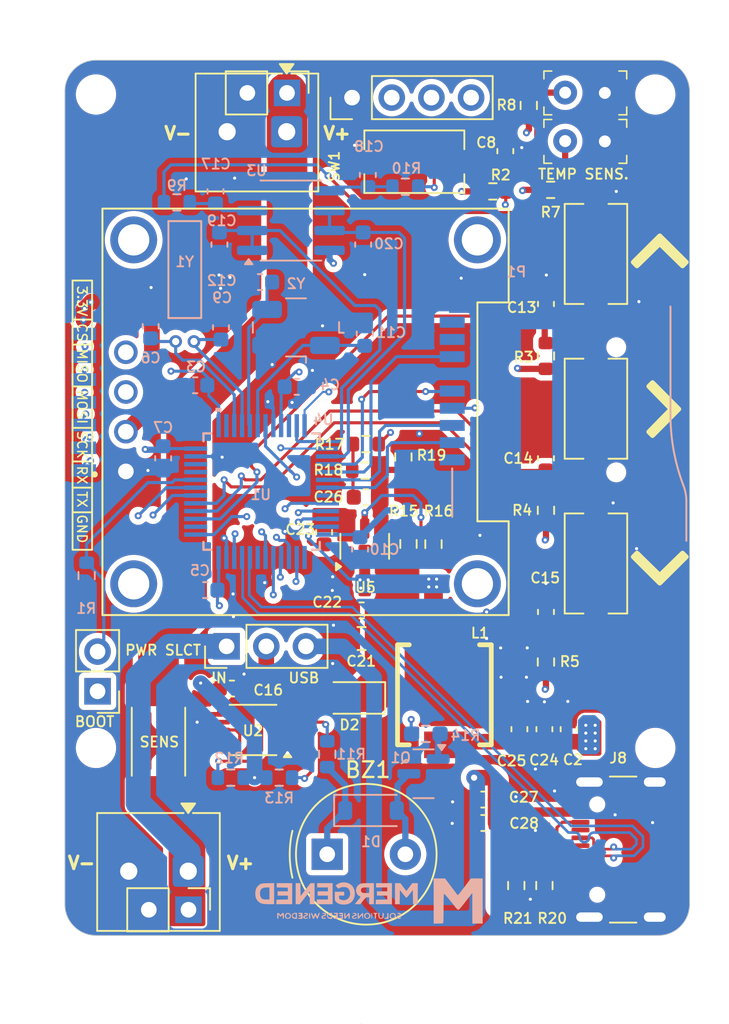
<source format=kicad_pcb>
(kicad_pcb (version 20241229) (generator "pcbnew") (generator_version "9.0")
  (layers (0 "F.Cu" signal) (4 "In1.Cu" power) (6 "In2.Cu" power) (2 "B.Cu" signal) (13 "F.Paste" user) (15 "B.Paste" user) (5 "F.SilkS" user "F.Silkscreen") (7 "B.SilkS" user "B.Silkscreen") (1 "F.Mask" user) (3 "B.Mask" user) (25 "Edge.Cuts" user))
  (net 0 "")
  (net 1 "GND")
  (net 2 "+3.3V")
  (net 3 "Net-(U1-PC14-OSC32_IN)")
  (net 4 "Net-(U1-NRST)")
  (net 5 "Net-(U1-PC15-OSC32_OUT)")
  (net 6 "Net-(U1-PD1_OSC_OUT)")
  (net 7 "Net-(U1-PD0_OSC_IN)")
  (net 8 "/stm32f103/BUTTON_1")
  (net 9 "/stm32f103/BUTTON_2")
  (net 10 "/stm32f103/BUTTON_3")
  (net 11 "Net-(U3A-+)")
  (net 12 "Net-(U3B-+)")
  (net 13 "/SPI2_MISO")
  (net 14 "/SPI2_SCK")
  (net 15 "/Power/POWER_IN_P")
  (net 16 "/SPI2_MOSI")
  (net 17 "/SPI2_CS")
  (net 18 "/Temp. & Power Sensors/ADC_TEMP1")
  (net 19 "/Temp. & Power Sensors/ADC_TEMP2")
  (net 20 "/USB_PWR")
  (net 21 "/SHUNT_V+")
  (net 22 "/SHUNT_V-")
  (net 23 "/stm32f103/CLK")
  (net 24 "/stm32f103/DIO")
  (net 25 "Net-(D2-K)")
  (net 26 "Net-(U5-BOOT)")
  (net 27 "Net-(U5-SW)")
  (net 28 "Net-(C26-Pad2)")
  (net 29 "Net-(U5-FB)")
  (net 30 "Net-(J5-Pin_2)")
  (net 31 "Net-(J6-Pad2)")
  (net 33 "/Type C Connector/CC1")
  (net 34 "/Type C Connector/USB2_P")
  (net 35 "/Type C Connector/CC2")
  (net 40 "/Type C Connector/USB2_N")
  (net 41 "/SD Card & Oled Screen/SD_CS")
  (net 42 "/SD Card & Oled Screen/SD_SCK")
  (net 43 "/SD Card & Oled Screen/SD_MISO")
  (net 47 "/SD Card & Oled Screen/SD_MOSI")
  (net 50 "/UART2_RX")
  (net 52 "/UART2_TX")
  (net 55 "/Temp. & Power Sensors/SDA")
  (net 56 "Net-(BZ1--)")
  (net 57 "Net-(Q1-B)")
  (net 58 "/Temp. & Power Sensors/SCL")
  (net 59 "/Temp. & Power Sensors/ALERT")
  (net 60 "Net-(U5-EN)")
  (net 61 "Net-(J7-Pad2)")
  (net 62 "/SD Card & Oled Screen/OLED_SDA")
  (net 63 "/SD Card & Oled Screen/OLED_SCL")
  (net 64 "/BUZZER_PIN")
  (footprint "Package_TO_SOT_SMD:SOT-23-6" (layer "F.Cu") (at 177.2 83 90)
    (property "Reference" "U5")
    (property "Value" "TPS54302")
  )
  (footprint "mergened_footprints2:MODULE_DM-OLED096-636" (layer "F.Cu") (at 173.4125 74.4 90)
    (property "Reference" "U4")
    (property "Value" "DM-OLED096-636")
  )
  (footprint "Button_Switch_SMD:SW_Tactile_SPST_NO_Straight_CK_PTS636Sx25SMTRLFS" (layer "F.Cu") (at 192 64.3 -90)
    (property "Reference" "SW2" (hide yes))
    (property "Value" "SW_Push")
  )
  (footprint "Capacitor_SMD:C_0603_1608Metric" (layer "F.Cu") (at 188.8 77.375 90)
    (property "Reference" "C14")
    (property "Value" "100nF")
  )
  (footprint "Resistor_SMD:R_0603_1608Metric" (layer "F.Cu") (at 188.7 104.7 -90)
    (property "Reference" "R20")
    (property "Value" "5.1k")
  )
  (footprint "Resistor_SMD:R_0603_1608Metric" (layer "F.Cu") (at 185.4 60.3)
    (property "Reference" "R2")
    (property "Value" "10k")
  )
  (footprint "Resistor_SMD:R_0603_1608Metric_Pad0.98x0.95mm_HandSolder" (layer "F.Cu") (at 180 82.85 90)
    (property "Reference" "R15")
    (property "Value" "511k")
  )
  (footprint "Capacitor_SMD:C_0603_1608Metric" (layer "F.Cu") (at 186.2 57.725 90)
    (property "Reference" "C8")
    (property "Value" "100nF")
  )
  (footprint "" (layer "F.Cu") (at 160 95.9)
    (property "Reference" "")
    (property "Value" "")
  )
  (footprint "Connector_PinHeader_2.54mm:PinHeader_1x02_P2.54mm_Vertical" (layer "F.Cu") (at 165.92 106.25 -90)
    (property "Reference" "J1" (hide yes))
    (property "Value" "691322310002")
    (property "VALUE" "691322310002" (hide yes))
  )
  (footprint "Capacitor_SMD:C_0603_1608Metric" (layer "F.Cu") (at 187.1 94.7 -90)
    (property "Reference" "C25")
    (property "Value" "22uF")
  )
  (footprint "Resistor_SMD:R_0603_1608Metric" (layer "F.Cu") (at 188.8 90.4 90)
    (property "Reference" "R5")
    (property "Value" "10k")
  )
  (footprint "Capacitor_SMD:C_0603_1608Metric" (layer "F.Cu") (at 177.275 79.8625 180)
    (property "Reference" "C26")
    (property "Value" "47pF")
  )
  (footprint "Resistor_SMD:R_0603_1608Metric" (layer "F.Cu") (at 177.225 78.1625)
    (property "Reference" "R18")
    (property "Value" "100K")
  )
  (footprint "Resistor_SMD:R_0603_1608Metric" (layer "F.Cu") (at 186.9 104.7 -90)
    (property "Reference" "R21")
    (property "Value" "5.1k")
  )
  (footprint "Capacitor_SMD:C_0603_1608Metric" (layer "F.Cu") (at 168.7 92.1 180)
    (property "Reference" "C16")
    (property "Value" "100nf")
  )
  (footprint "Resistor_SMD:R_0603_1608Metric_Pad0.98x0.95mm_HandSolder" (layer "F.Cu") (at 181.6 82.8625 -90)
    (property "Reference" "R16")
    (property "Value" "105k")
  )
  (footprint "Capacitor_SMD:C_0603_1608Metric" (layer "F.Cu") (at 188.8 87.2 90)
    (property "Reference" "C15")
    (property "Value" "100nF")
  )
  (footprint "Capacitor_SMD:C_0603_1608Metric" (layer "F.Cu") (at 190.25 94.7 90)
    (property "Reference" "C2")
    (property "Value" "4.7uF")
  )
  (footprint "Buzzer_Beeper:Buzzer_TDK_PS1240P02BT_D12.2mm_H6.5mm" (layer "F.Cu") (at 174.8 102.7)
    (property "Reference" "BZ1")
    (property "Value" "Buzzer")
  )
  (footprint "Capacitor_SMD:C_0603_1608Metric" (layer "F.Cu") (at 177 87.1 180)
    (property "Reference" "C22")
    (property "Value" "100nF")
  )
  (footprint "Package_SO:VSSOP-10_3x3mm_P0.5mm" (layer "F.Cu") (at 170.05 94.75 180)
    (property "Reference" "U2")
    (property "Value" "INA228")
  )
  (footprint "digikey-footprints:PinHeader_1x2_P2.54mm" (layer "F.Cu") (at 192.57 54 180)
    (property "Reference" "J7" (hide yes))
    (property "Value" "10k NTC Connector")
    (property "VALUE" "691311500102" (hide yes))
  )
  (footprint "digikey-footprints:PinHeader_1x2_P2.54mm" (layer "F.Cu") (at 192.57 57.1 180)
    (property "Reference" "J6" (hide yes))
    (property "Value" "10k NTC Connector")
    (property "VALUE" "691311500102" (hide yes))
  )
  (footprint "Diode_SMD:D_PowerDI-123" (layer "F.Cu") (at 176.2 92.7 180)
    (property "Reference" "D2")
    (property "Value" "SBR3U40P1-7")
  )
  (footprint "footprints:INDC6060X300" (layer "F.Cu") (at 182.3 92.3 -90)
    (property "Reference" "L1")
    (property "Value" "6.8uH")
  )
  (footprint "footprints:logo_ok_up" (layer "F.Cu") (at 196.084398 84.278575 180)
    (property "Reference" "G***" (hide yes))
    (property "Value" "LOGO" (hide yes))
  )
  (footprint "Capacitor_SMD:C_0603_1608Metric" (layer "F.Cu") (at 188.7 94.7 -90)
    (property "Reference" "C24")
    (property "Value" "22uF")
  )
  (footprint "TerminalBlock_Phoenix:TerminalBlock_Phoenix_MKDS-1-2-3.81_1x02_P3.81mm_Horizontal" (layer "F.Cu") (at 165.905 103.7825 180)
    (property "Reference" "J3" (hide yes))
    (property "Value" "Screw_Terminal_01x02")
  )
  (footprint "" (layer "F.Cu") (at 195.8 54.1)
    (property "Reference" "")
    (property "Value" "")
  )
  (footprint "Connector_PinHeader_2.54mm:PinHeader_1x02_P2.54mm_Vertical" (layer "F.Cu") (at 172.227502 54 -90)
    (property "Reference" "J1" (hide yes))
    (property "Value" "691322310002")
    (property "VALUE" "691322310002" (hide yes))
  )
  (footprint "Resistor_SMD:R_2512_6332Metric_Pad1.40x3.35mm_HandSolder" (layer "F.Cu") (at 164 95.5 90)
    (property "Reference" "R6" (hide yes))
    (property "Value" "SHUNT")
  )
  (footprint "Connector_USB:USB_C_Receptacle_GCT_USB4105-xx-A_16P_TopMnt_Horizontal" (layer "F.Cu") (at 194.69 102.4 90)
    (property "Reference" "J8")
    (property "Value" "USB_C_Receptacle_USB2.0")
  )
  (footprint "Capacitor_SMD:C_0603_1608Metric" (layer "F.Cu") (at 184.8 100.7 180)
    (property "Reference" "C28")
    (property "Value" "100nF")
  )
  (footprint "Resistor_SMD:R_0603_1608Metric" (layer "F.Cu") (at 187.7 54.8 -90)
    (property "Reference" "R8")
    (property "Value" "10k")
  )
  (footprint "Capacitor_SMD:C_0805_2012Metric" (layer "F.Cu") (at 177 88.9 180)
    (property "Reference" "C21")
    (property "Value" "10uF")
  )
  (footprint "Resistor_SMD:R_0603_1608Metric" (layer "F.Cu") (at 179.675 77.2875 90)
    (property "Reference" "R19")
    (property "Value" "22.1k")
  )
  (footprint "" (layer "F.Cu") (at 160 54.1)
    (property "Reference" "")
    (property "Value" "")
  )
  (footprint "Connector_PinHeader_2.54mm:PinHeader_1x02_P2.54mm_Vertical" (layer "F.Cu") (at 160.1 92.275 180)
    (property "Reference" "J5" (hide yes))
    (property "Value" "Conn_01x02_Pin")
  )
  (footprint "Button_Switch_SMD:SW_Tactile_SPST_NO_Straight_CK_PTS636Sx25SMTRLFS" (layer "F.Cu") (at 192 84.1 -90)
    (property "Reference" "SW4" (hide yes))
    (property "Value" "SW_Push")
  )
  (footprint "TerminalBlock_Phoenix:TerminalBlock_Phoenix_MKDS-1-2-3.81_1x02_P3.81mm_Horizontal" (layer "F.Cu") (at 172.205 56.4825 180)
    (property "Reference" "J2" (hide yes))
    (property "Value" "Screw_Terminal_01x02")
  )
  (footprint "Capacitor_SMD:C_0603_1608Metric" (layer "F.Cu") (at 188.8 67.5 90)
    (property "Reference" "C13")
    (property "Value" "100nF")
  )
  (footprint "footprints:logo_ok_up" (layer "F.Cu") (at 196.225 74.225 -90)
    (property "Reference" "G***" (hide yes))
    (property "Value" "LOGO" (hide yes))
  )
  (footprint "Capacitor_SMD:C_0603_1608Metric" (layer "F.Cu") (at 184.8 99.2 180)
    (property "Reference" "C27")
    (property "Value" "100nF")
  )
  (footprint "Connector_PinHeader_2.54mm:PinHeader_1x04_P2.54mm_Vertical" (layer "F.Cu") (at 176.39 54.3 90)
    (property "Reference" "J4" (hide yes))
    (property "Value" "Conn_01x04_Pin")
  )
  (footprint "Resistor_SMD:R_0603_1608Metric" (layer "F.Cu") (at 177.275 76.4625 180)
    (property "Reference" "R17")
    (property "Value" "49.9")
  )
  (footprint "Resistor_SMD:R_0603_1608Metric" (layer "F.Cu") (at 188.8 70.825 90)
    (property "Reference" "R3")
    (property "Value" "10k")
  )
  (footprint "footprints:logo_ok_up" (layer "F.Cu") (at 196.084516 64.221307)
    (property "Reference" "G***" (hide yes))
    (property "Value" "LOGO" (hide yes))
  )
  (footprint "Button_Switch_SMD:SW_Tactile_SPST_NO_Straight_CK_PTS636Sx25SMTRLFS" (layer "F.Cu") (at 180.375 58.4)
    (property "Reference" "SW1")
    (property "Value" "SW_Push")
  )
  (footprint "Resistor_SMD:R_0603_1608Metric" (layer "F.Cu") (at 189.1 60.2 180)
    (property "Reference" "R7")
    (property "Value" "10k")
  )
  (footprint "" (layer "F.Cu") (at 195.8 95.9)
    (property "Reference" "")
    (property "Value" "")
  )
  (footprint "Capacitor_SMD:C_0603_1608Metric" (layer "F.Cu") (at 174.6 82.1 -90)
    (property "Reference" "C23")
    (property "Value" "100nF")
  )
  (footprint "Button_Switch_SMD:SW_Tactile_SPST_NO_Straight_CK_PTS636Sx25SMTRLFS" (layer "F.Cu") (at 192 74.2 -90)
    (property "Reference" "SW3" (hide yes))
    (property "Value" "SW_Push")
  )
  (footprint "Connector_PinHeader_2.54mm:PinHeader_1x03_P2.54mm_Vertical" (layer "F.Cu") (at 168.36 89.4 90)
    (property "Reference" "J1" (hide yes))
    (property "Value" "Screw_Terminal_01x03")
  )
  (footprint "Resistor_SMD:R_0603_1608Metric" (layer "F.Cu") (at 188.8 80.7 90)
    (property "Reference" "R4")
    (property "Value" "10k")
  )
  (footprint "footprints:mergened_footprints2.pretty" (layer "B.Cu") (at 177.65 104.85 180)
    (property "Reference" "G***" (hide yes))
    (property "Value" "LOGO" (hide yes))
  )
  (footprint "Resistor_SMD:R_0603_1608Metric" (layer "B.Cu") (at 165.175 61)
    (property "Reference" "R9")
    (property "Value" "1k")
  )
  (footprint "mergened_footprints2:sdcardsoket" (layer "B.Cu") (at 188.13 73.95 -90)
    (property "Reference" "P1")
    (property "Value" "ST-TF-003A, L-KLS1-TF-003")
  )
  (footprint "Package_TO_SOT_SMD:SOT-23" (layer "B.Cu") (at 180.9625 97.55 180)
    (property "Reference" "Q1")
    (property "Value" "BC817-40-HT")
  )
  (footprint "Capacitor_SMD:C_0603_1608Metric" (layer "B.Cu") (at 177.1 63.7 -90)
    (property "Reference" "C20")
    (property "Value" "10nF")
  )
  (footprint "Capacitor_SMD:C_0603_1608Metric" (layer "B.Cu") (at 167.65 60.3 90)
    (property "Reference" "C17")
    (property "Value" "10nF")
  )
  (footprint "Resistor_SMD:R_0603_1608Metric" (layer "B.Cu") (at 168.625 97.8 180)
    (property "Reference" "R12")
    (property "Value" "10k")
  )
  (footprint "Capacitor_SMD:C_0603_1608Metric" (layer "B.Cu") (at 176.9 83.2 -90)
    (property "Reference" "C10")
    (property "Value" "100nF")
  )
  (footprint "Diode_SMD:D_SOD-123" (layer "B.Cu") (at 177.6 99.9)
    (property "Reference" "D1")
    (property "Value" "MBR0540")
  )
  (footprint "Crystal:Crystal_SMD_EuroQuartz_MJ-4Pin_5.0x3.2mm" (layer "B.Cu") (at 172.8 69 180)
    (property "Reference" "Y2")
    (property "Value" "XD8M000000S418")
  )
  (footprint "Capacitor_SMD:C_0603_1608Metric" (layer "B.Cu") (at 168 69 90)
    (property "Reference" "C9")
    (property "Value" "8pF")
  )
  (footprint "Capacitor_SMD:C_0603_1608Metric" (layer "B.Cu") (at 164.3 77.375 -90)
    (property "Reference" "C7")
    (property "Value" "100nF")
  )
  (footprint "Resistor_SMD:R_0603_1608Metric" (layer "B.Cu") (at 159.4 84.875 -90)
    (property "Reference" "R1")
    (property "Value" "10k")
  )
  (footprint "Capacitor_SMD:C_0603_1608Metric" (layer "B.Cu") (at 177.4 59.25 90)
    (property "Reference" "C18")
    (property "Value" "10nF")
  )
  (footprint "Capacitor_SMD:C_0603_1608Metric" (layer "B.Cu") (at 167.9 63.7 -90)
    (property "Reference" "C19")
    (property "Value" "10nF")
  )
  (footprint "Capacitor_SMD:C_0603_1608Metric" (layer "B.Cu") (at 170.5 66.1 180)
    (property "Reference" "C12")
    (property "Value" "27pF")
  )
  (footprint "Resistor_SMD:R_0603_1608Metric" (layer "B.Cu") (at 179.8 60 180)
    (property "Reference" "R10")
    (property "Value" "1k")
  )
  (footprint "Connector_PinHeader_2.54mm:PinHeader_1x08_P2.54mm_Vertical_SMD_Pin1Right" (layer "B.Cu") (at 159.8 75.9 180)
    (property "Reference" "C1" (hide yes))
    (property "Value" "Connector_PinHeader_2.54mm" (hide yes))
  )
  (footprint "Capacitor_SMD:C_0603_1608Metric" (layer "B.Cu") (at 177.2 69.4 90)
    (property "Reference" "C11")
    (property "Value" "27pF")
  )
  (footprint "Capacitor_SMD:C_0603_1608Metric" (layer "B.Cu") (at 166.35 72.7 180)
    (property "Reference" "C3")
    (property "Value" "100nF")
  )
  (footprint "footprints:LQFP48_STM" (layer "B.Cu") (at 170.6 79.5 -90)
    (property "Reference" "U1")
    (property "Value" "STM32F103C8T6")
  )
  (footprint "Resistor_SMD:R_0603_1608Metric_Pad0.98x0.95mm_HandSolder" (layer "B.Cu") (at 181.1125 95)
    (property "Reference" "R14")
    (property "Value" "1K")
  )
  (footprint "Resistor_SMD:R_0603_1608Metric" (layer "B.Cu") (at 174.8 96.3 90)
    (property "Reference" "R11")
    (property "Value" "10k")
  )
  (footprint "Resistor_SMD:R_0603_1608Metric" (layer "B.Cu") (at 171.725 97.8)
    (property "Reference" "R13")
    (property "Value" "10k")
  )
  (footprint "Capacitor_SMD:C_0603_1608Metric" (layer "B.Cu") (at 172.85 72.8)
    (property "Reference" "C4")
    (property "Value" "100nF")
  )
  (footprint "Capacitor_SMD:C_0603_1608Metric" (layer "B.Cu") (at 163.5 68.925 90)
    (property "Reference" "C6")
    (property "Value" "8pF")
  )
  (footprint "Capacitor_SMD:C_0603_1608Metric" (layer "B.Cu") (at 167 85.8 180)
    (property "Reference" "C5")
    (property "Value" "100nF")
  )
  (footprint "footprints:XTAL_AB26T-32.768KHZ-6" (layer "B.Cu") (at 165.685 69.9 -90)
    (property "Reference" "Y1")
    (property "Value" "AB26T-32.768KHZ-6")
  )
  (footprint "Package_SO:SOIC-8_3.9x4.9mm_P1.27mm" (layer "B.Cu") (at 172.475 62.165)
    (property "Reference" "U3")
    (property "Value" "OPA2197xD")
  )
  (gr_line (start 159.75 70.1) (end 158.525 70.1) (stroke (width 0.12)) (layer "F.SilkS"))
  (gr_rect (start 158.5 66) (end 159.75 83.225) (stroke (width 0.12)) (fill no) (layer "F.SilkS"))
  (gr_line (start 159.725 80.825) (end 158.5 80.825) (stroke (width 0.12)) (layer "F.SilkS"))
  (gr_line (start 159.725 79.25) (end 158.5 79.25) (stroke (width 0.12)) (layer "F.SilkS"))
  (gr_line (start 159.7625 77.575) (end 158.5375 77.575) (stroke (width 0.12)) (layer "F.SilkS"))
  (gr_line (start 159.75 68.5) (end 158.525 68.5) (stroke (width 0.12)) (layer "F.SilkS"))
  (gr_line (start 159.75 75.425) (end 158.525 75.425) (stroke (width 0.12)) (layer "F.SilkS"))
  (gr_line (start 159.725 72.775) (end 158.5 72.775) (stroke (width 0.12)) (layer "F.SilkS"))
  (gr_arc (start 160 107.9) (mid 158.585786 107.314214) (end 158 105.9) (stroke (width 0.05)) (layer "Edge.Cuts"))
  (gr_line (start 198 53.9) (end 198 105.9) (stroke (width 0.05)) (layer "Edge.Cuts"))
  (gr_arc (start 158 53.9) (mid 158.585786 52.485786) (end 160 51.9) (stroke (width 0.05)) (layer "Edge.Cuts"))
  (gr_line (start 158 105.9) (end 158 53.9) (stroke (width 0.05)) (layer "Edge.Cuts"))
  (gr_line (start 160 51.9) (end 196 51.9) (stroke (width 0.05)) (layer "Edge.Cuts"))
  (gr_line (start 196 107.9) (end 160 107.9) (stroke (width 0.05)) (layer "Edge.Cuts"))
  (gr_arc (start 196 51.9) (mid 197.414214 52.485786) (end 198 53.9) (stroke (width 0.05)) (layer "Edge.Cuts"))
  (gr_arc (start 198 105.9) (mid 197.414214 107.314214) (end 196 107.9) (stroke (width 0.05)) (layer "Edge.Cuts"))
  (gr_text "V+" (at 174.45 57.05 0) (layer "F.SilkS") (effects (font (size 0.8 0.8) (thickness 0.2) (bold yes)) (justify left bottom)))
  (gr_text "V+" (at 168.275 103.725 0) (layer "F.SilkS") (effects (font (size 0.8 0.8) (thickness 0.2) (bold yes)) (justify left bottom)))
  (gr_text "3.3V CS MISO MOSI SCK RX TX GND" (at 158.75 66.275 270) (layer "F.SilkS") (effects (font (size 0.6 0.6) (thickness 0.1) (bold yes)) (justify left bottom)))
  (gr_text "BOOT" (at 158.575 94.6 0) (layer "F.SilkS") (effects (font (size 0.65 0.65) (thickness 0.12)) (justify left bottom)))
  (gr_text "SENS\n" (at 162.725 95.9 0) (layer "F.SilkS") (effects (font (size 0.65 0.65) (thickness 0.12)) (justify left bottom)))
  (gr_text "V-\n" (at 164.275 57.05 0) (layer "F.SilkS") (effects (font (size 0.8 0.8) (thickness 0.2) (bold yes)) (justify left bottom)))
  (gr_text "TEMP SENS." (at 188.225 59.575 0) (layer "F.SilkS") (effects (font (size 0.65 0.65) (thickness 0.12)) (justify left bottom)))
  (gr_text "PWR SLCT\n" (at 161.8 90.025 0) (layer "F.SilkS") (effects (font (size 0.65 0.65) (thickness 0.12)) (justify left bottom)))
  (gr_text "V-\n" (at 158.1 103.725 0) (layer "F.SilkS") (effects (font (size 0.8 0.8) (thickness 0.2) (bold yes)) (justify left bottom)))
  (gr_text "IN        USB\n" (at 167.3 91.8 0) (layer "F.SilkS") (effects (font (size 0.65 0.65) (thickness 0.12)) (justify left bottom)))
  (segment (start 175.9625 84.1375) (end 175.15 84.95) (width 0.2) (layer "F.Cu") (net 1))
  (segment (start 190.2 92.925) (end 190.2 93.875) (width 0.2) (layer "F.Cu") (net 1))
  (segment (start 188.8 65.675) (end 188.825 65.65) (width 0.2) (layer "F.Cu") (net 1))
  (segment (start 176.525 58.4) (end 176.525 57.375) (width 0.2) (layer "F.Cu") (net 1))
  (segment (start 176.05 89.6) (end 175.15 90.5) (width 0.2) (layer "F.Cu") (net 1))
  (segment (start 188.7 92.95) (end 188.7 93.925) (width 0.2) (layer "F.Cu") (net 1))
  (segment (start 182.825 100.7) (end 182.8 100.725) (width 0.2) (layer "F.Cu") (net 1))
  (segment (start 184.025 99.2) (end 182.975 99.2) (width 0.2) (layer "F.Cu") (net 1))
  (segment (start 169.475 92.1) (end 169.475 91.175) (width 0.13) (layer "F.Cu") (net 1))
  (segment (start 176.05 88.9) (end 175.2 88.05) (width 0.13) (layer "F.Cu") (net 1))
  (segment (start 188.8 66.725) (end 188.8 65.675) (width 0.2) (layer "F.Cu") (net 1))
  (segment (start 176.05 88.9) (end 176.05 89.6) (width 0.2) (layer "F.Cu") (net 1))
  (segment (start 180.3875 75.75) (end 179.675 76.4625) (width 0.13) (layer "F.Cu") (net 1))
  (segment (start 193.175 60.425) (end 193.3 60.3) (width 0.2) (layer "F.Cu") (net 1))
  (segment (start 190.2 93.875) (end 190.25 93.925) (width 0.2) (layer "F.Cu") (net 1))
  (segment (start 172.25 95.25) (end 172.25 95.75) (width 0.2) (layer "F.Cu") (net 1))
  (segment (start 176.525 57.375) (end 176.55 57.35) (width 0.2) (layer "F.Cu") (net 1))
  (segment (start 182.975 99.2) (end 182.825 99.35) (width 0.2) (layer "F.Cu") (net 1))
  (segment (start 167.85 94.25) (end 166.475 94.25) (width 0.2) (layer "F.Cu") (net 1))
  (segment (start 187.625 92.925) (end 187.4 92.925) (width 0.2) (layer "F.Cu") (net 1))
  (segment (start 188.8 86.425) (end 188.8 85.375) (width 0.13) (layer "F.Cu") (net 1))
  (segment (start 180.65 75.75) (end 180.3875 75.75) (width 0.13) (layer "F.Cu") (net 1))
  (segment (start 172.25 96.225) (end 172.25 95.25) (width 0.13) (layer "F.Cu") (net 1))
  (segment (start 175.275 88.05) (end 175.2 88.05) (width 0.13) (layer "F.Cu") (net 1))
  (segment (start 176.225 87.1) (end 175.275 88.05) (width 0.13) (layer "F.Cu") (net 1))
  (segment (start 186.75 57.5) (end 186.2 56.95) (width 0.2) (layer "F.Cu") (net 1))
  (segment (start 180.7 75.8) (end 180.65 75.75) (width 0.13) (layer "F.Cu") (net 1))
  (segment (start 188.7 105.525) (end 186.9 105.525) (width 0.2) (layer "F.Cu") (net 1))
  (segment (start 187.1 93.225) (end 187.1 93.925) (width 0.2) (layer "F.Cu") (net 1))
  (segment (start 184.025 100.7) (end 182.825 100.7) (width 0.2) (layer "F.Cu") (net 1))
  (segment (start 193.1 80.225) (end 192 80.225) (width 0.13) (layer "F.Cu") (net 1))
  (segment (start 176.25 84.1375) (end 175.9625 84.1375) (width 0.2) (layer "F.Cu") (net 1))
  (segment (start 176.225 88.725) (end 176.05 88.9) (width 0.2) (layer "F.Cu") (net 1))
  (segment (start 187.25 57.5) (end 186.75 57.5) (width 0.2) (layer "F.Cu") (net 1))
  (segment (start 187.4 92.925) (end 187.1 93.225) (width 0.2) (layer "F.Cu") (net 1))
  (segment (start 176.225 87.1) (end 176.225 88.725) (width 0.2) (layer "F.Cu") (net 1))
  (segment (start 192 60.425) (end 193.175 60.425) (width 0.2) (layer "F.Cu") (net 1))
  (via (at 168.075 77.3) (size 0.45) (drill 0.2) (layers "F.Cu" "B.Cu") (net 1))
  (via (at 187.6 89.5) (size 0.45) (drill 0.2) (layers "F.Cu" "B.Cu") (net 1))
  (via (at 187.25 57.5) (size 0.45) (drill 0.2) (layers "F.Cu" "B.Cu") (net 1))
  (via (at 171 73.75) (size 0.45) (drill 0.2) (layers "F.Cu" "B.Cu") (net 1))
  (via (at 188.8 85.375) (size 0.45) (drill 0.2) (layers "F.Cu" "B.Cu") (net 1))
  (via (at 177.2 65.625) (size 0.45) (drill 0.2) (layers "F.Cu" "B.Cu") (net 1))
  (via (at 175.15 90.5) (size 0.45) (drill 0.2) (layers "F.Cu" "B.Cu") (net 1))
  (via (at 195.625 100.675) (size 0.45) (drill 0.2) (layers "F.Cu" "B.Cu") (net 1))
  (via (at 182.825 99.35) (size 0.45) (drill 0.2) (layers "F.Cu" "B.Cu") (net 1))
  (via (at 166.475 94.25) (size 0.45) (drill 0.2) (layers "F.Cu" "B.Cu") (net 1))
  (via (at 176.55 57.35) (size 0.45) (drill 0.2) (layers "F.Cu" "B.Cu") (net 1))
  (via (at 187.55 91.375) (size 0.45) (drill 0.2) (layers "F.Cu" "B.Cu") (net 1))
  (via (at 168.2 82.475) (size 0.45) (drill 0.2) (layers "F.Cu" "B.Cu") (net 1))
  (via (at 163.325 78.15) (size 0.45) (drill 0.2) (layers "F.Cu" "B.Cu") (net 1))
  (via (at 163.525 66.45) (size 0.45) (drill 0.2) (layers "F.Cu" "B.Cu") (net 1))
  (via (at 193.1 80.225) (size 0.45) (drill 0.2) (layers "F.Cu" "B.Cu") (net 1))
  (via (at 165.775 59.5) (size 0.45) (drill 0.2) (layers "F.Cu" "B.Cu") (net 1))
  (via (at 186.875 99.025) (size 0.45) (drill 0.2) (layers "F.Cu" "B.Cu") (net 1))
  (via (at 169.475 91.175) (size 0.45) (drill 0.2) (layers "F.Cu" "B.Cu") (net 1))
  (via (at 185.9 89.5) (size 0.45) (drill 0.2) (layers "F.Cu" "B.Cu") (net 1))
  (via (at 174.5 68.9) (size 0.45) (drill 0.2) (layers "F.Cu" "B.Cu") (net 1))
  (via (at 187.625 92.925) (size 0.45) (drill 0.2) (layers "F.Cu" "B.Cu") (net 1))
  (via (at 175.15 84.95) (size 0.45) (drill 0.2) (layers "F.Cu" "B.Cu") (net 1))
  (via (at 193.225 100.175) (size 0.45) (drill 0.2) (layers "F.Cu" "B.Cu") (net 1))
  (via (at 188.125 101.175) (size 0.45) (drill 0.2) (layers "F.Cu" "B.Cu") (net 1))
  (via (at 189.35 98.65) (size 0.45) (drill 0.2) (layers "F.Cu" "B.Cu") (net 1))
  (via (at 171.275 71.375) (size 0.45) (drill 0.2) (layers "F.Cu" "B.Cu") (net 1))
  (via (at 185.925 91.375) (size 0.45) (drill 0.2) (layers "F.Cu" "B.Cu") (net 1))
  (via (at 193.3 60.3) (size 0.45) (drill 0.2) (layers "F.Cu" "B.Cu") (net 1))
  (via (at 185 87.2) (size 0.45) (drill 0.2) (layers "F.Cu" "B.Cu") (net 1))
  (via (at 194.75 67.35) (size 0.45) (drill 0.2) (layers "F.Cu" "B.Cu") (net 1))
  (via (at 168.575 65.8) (size 0.45) (drill 0.2) (layers "F.Cu" "B.Cu") (net 1))
  (via (at 183.375 65.85) (size 0.45) (drill 0.2) (layers "F.Cu" "B.Cu") (net 1))
  (via (at 184.575 82.3) (size 0.45) (drill 0.2) (layers "F.Cu" "B.Cu") (net 1))
  (via (at 167.875 65.65) (size 0.45) (drill 0.2) (layers "F.Cu" "B.Cu") (net 1))
  (via (at 175.2 88.05) (size 0.45) (drill 0.2) (layers "F.Cu" "B.Cu") (net 1))
  (via (at 194.6 83.15) (size 0.45) (drill 0.2) (layers "F.Cu" "B.Cu") (net 1))
  (via (at 173.85 71.75) (size 0.45) (drill 0.2) (layers "F.Cu" "B.Cu") (net 1))
  (via (at 168.8 87.5) (size 0.45) (drill 0.2) (layers "F.Cu" "B.Cu") (net 1))
  (via (at 175.125 85.825) (size 0.45) (drill 0.2) (layers "F.Cu" "B.Cu") (net 1))
  (via (at 172.25 96.225) (size 0.45) (drill 0.2) (layers "F.Cu" "B.Cu") (net 1))
  (via (at 180.7 75.8) (size 0.45) (drill 0.2) (layers "F.Cu" "B.Cu") (net 1))
  (via (at 188.825 65.65) (size 0.45) (drill 0.2) (layers "F.Cu" "B.Cu") (net 1))
  (via (at 167.975 66.5) (size 0.45) (drill 0.2) (layers "F.Cu" "B.Cu") (net 1))
  (via (at 172.55 73.8) (size 0.45) (drill 0.2) (layers "F.Cu" "B.Cu") (net 1))
  (via (at 182.8 100.725) (size 0.45) (drill 0.2) (layers "F.Cu" "B.Cu") (net 1))
  (via (at 168.875 59.45) (size 0.45) (drill 0.2) (layers "F.Cu" "B.Cu") (net 1))
  (via (at 170.8 85.325) (size 0.45) (drill 0.2) (layers "F.Cu" "B.Cu") (net 1))
  (via (at 190.2 92.925) (size 0.45) (drill 0.2) (layers "F.Cu" "B.Cu") (net 1))
  (via (at 185 88.9) (size 0.45) (drill 0.2) (layers "F.Cu" "B.Cu") (net 1))
  (via (at 188.7 92.95) (size 0.45) (drill 0.2) (layers "F.Cu" "B.Cu") (net 1))
  (via (at 188.125 97.25) (size 0.45) (drill 0.2) (layers "F.Cu" "B.Cu") (net 1))
  (via (at 187.8 105.575) (size 0.45) (drill 0.2) (layers "F.Cu" "B.Cu") (net 1))
  (via (at 172.1 82.05) (size 0.45) (drill 0.2) (layers "F.Cu" "B.Cu") (net 1))
  (via (at 168.775 86.05) (size 0.45) (drill 0.2) (layers "F.Cu" "B.Cu") (net 1))
  (segment (start 174.65 68.75) (end 174.5 68.9) (width 0.13) (layer "B.Cu") (net 1))
  (segment (start 183.4 65.875) (end 183.375 65.85) (width 0.13) (layer "B.Cu") (net 1))
  (segment (start 174.65 67.85) (end 174.65 68.75) (width 0.13) (layer "B.Cu") (net 1))
  (segment (start 177.4 58.475) (end 176.55 57.625) (width 0.13) (layer "B.Cu") (net 1))
  (segment (start 177.2 68.625) (end 174.775 68.625) (width 0.13) (layer "B.Cu") (net 1))
  (segment (start 173.28781 81.750001) (end 172.987811 82.05) (width 0.2) (layer "B.Cu") (net 1))
  (segment (start 168 68.225) (end 168 66.525) (width 0.13) (layer "B.Cu") (net 1))
  (segment (start 173.625 72.8) (end 173.625 71.975) (width 0.13) (layer "B.Cu") (net 1))
  (segment (start 168.575 65.875) (end 168.8 66.1) (width 0.13) (layer "B.Cu") (net 1))
  (segment (start 170 60.26) (end 169.19 59.45) (width 0.13) (layer "B.Cu") (net 1))
  (segment (start 166.225 86.575) (end 167.15 87.5) (width 0.2) (layer "B.Cu") (net 1))
  (segment (start 174.775 68.625) (end 174.5 68.9) (width 0.13) (layer "B.Cu") (net 1))
  (segment (start 179 84.275) (end 178.7 83.975) (width 0.2) (layer "B.Cu") (net 1))
  (segment (start 194.6 83.15) (end 194.52 83.07) (width 0.13) (layer "B.Cu") (net 1))
  (segment (start 172.987811 82.05) (end 172.1 82.05) (width 0.2) (layer "B.Cu") (net 1))
  (segment (start 167.875 65.65) (end 167.875 64.5) (width 0.13) (layer "B.Cu") (net 1))
  (segment (start 168.024999 77.249999) (end 166.3836 77.249999) (width 0.2) (layer "B.Cu") (net 1))
  (segment (start 174.8164 81.750001) (end 173.28781 81.750001) (width 0.2) (layer "B.Cu") (net 1))
  (segment (start 163.5 68.15) (end 163.5 66.475) (width 0.13) (layer "B.Cu") (net 1))
  (segment (start 194.73 67.37) (end 192.9 67.37) (width 0.13) (layer "B.Cu") (net 1))
  (segment (start 182.825 99.35) (end 182.75 99.35) (width 0.13) (layer "B.Cu") (net 1))
  (segment (start 182.75 99.35) (end 181.9 98.5) (width 0.13) (layer "B.Cu") (net 1))
  (segment (start 167.65 59.525) (end 165.8 59.525) (width 0.13) (layer "B.Cu") (net 1))
  (segment (start 168 66.525) (end 167.975 66.5) (width 0.13) (layer "B.Cu") (net 1))
  (segment (start 168.575 65.8) (end 168.575 65.875) (width 0.13) (layer "B.Cu") (net 1))
  (segment (start 168.075 77.3) (end 168.024999 77.249999) (width 0.2) (layer "B.Cu") (net 1))
  (segment (start 177.2 65.625) (end 177.2 64.575) (width 0.13) (layer "B.Cu") (net 1))
  (segment (start 194.52 83.07) (end 192.9 83.07) (width 0.13) (layer "B.Cu") (net 1))
  (segment (start 173.15 73.8) (end 172.55 73.8) (width 0.2) (layer "B.Cu") (net 1))
  (segment (start 171.350001 75.2836) (end 171.350001 74.100001) (width 0.2) (layer "B.Cu") (net 1))
  (segment (start 183.4 67.37) (end 183.4 65.875) (width 0.13) (layer "B.Cu") (net 1))
  (segment (start 178.7 83.975) (end 176.9 83.975) (width 0.2) (layer "B.Cu") (net 1))
  (segment (start 168.8 66.1) (end 169.725 66.1) (width 0.13) (layer "B.Cu") (net 1))
  (segment (start 169.19 59.45) (end 168.875 59.45) (width 0.13) (layer "B.Cu") (net 1))
  (segment (start 163.5 66.475) (end 163.525 66.45) (width 0.13) (layer "B.Cu") (net 1))
  (segment (start 173.625 73.325) (end 173.15 73.8) (width 0.2) (layer "B.Cu") (net 1))
  (segment (start 173.625 72.8) (end 173.625 73.325) (width 0.2) (layer "B.Cu") (net 1))
  (segment (start 164.3 78.15) (end 163.325 78.15) (width 0.2) (layer "B.Cu") (net 1))
  (segment (start 176.55 57.625) (end 176.55 57.35) (width 0.13) (layer "B.Cu") (net 1))
  (segment (start 171.275 71.375) (end 170.95 71.05) (width 0.13) (layer "B.Cu") (net 1))
  (segment (start 167.875 64.5) (end 167.9 64.475) (width 0.13) (layer "B.Cu") (net 1))
  (segment (start 183.3 82.17) (end 184.445 82.17) (width 0.13) (layer "B.Cu") (net 1))
  (segment (start 168.349999 82.624999) (end 168.2 82.475) (width 0.2) (layer "B.Cu") (net 1))
  (segment (start 168.349999 83.7164) (end 168.349999 82.624999) (width 0.2) (layer "B.Cu") (net 1))
  (segment (start 173.625 71.975) (end 173.85 71.75) (width 0.13) (layer "B.Cu") (net 1))
  (segment (start 171.350001 74.100001) (end 171 73.75) (width 0.2) (layer "B.Cu") (net 1))
  (segment (start 165.8 59.525) (end 165.775 59.5) (width 0.13) (layer "B.Cu") (net 1))
  (segment (start 177.2 64.575) (end 177.1 64.475) (width 0.13) (layer "B.Cu") (net 1))
  (segment (start 166.225 85.8) (end 166.225 86.575) (width 0.2) (layer "B.Cu") (net 1))
  (segment (start 184.445 82.17) (end 184.575 82.3) (width 0.13) (layer "B.Cu") (net 1))
  (segment (start 167.15 87.5) (end 168.8 87.5) (width 0.2) (layer "B.Cu") (net 1))
  (segment (start 170.95 71.05) (end 170.95 70.15) (width 0.13) (layer "B.Cu") (net 1))
  (segment (start 194.75 67.35) (end 194.73 67.37) (width 0.13) (layer "B.Cu") (net 1))
  (segment (start 159.7 67.35) (end 159.6625 67.3875) (width 1) (layer "F.Cu") (net 2))
  (segment (start 163.575 68.6) (end 162.325 67.35) (width 1) (layer "F.Cu") (net 2))
  (segment (start 187.7 55.625) (end 188.25 56.175) (width 0.4) (layer "F.Cu") (net 2))
  (segment (start 188.25 56.175) (end 188.25 60.175) (width 0.4) (layer "F.Cu") (net 2))
  (segment (start 188.25 60.175) (end 188.275 60.2) (width 0.4) (layer "F.Cu") (net 2))
  (segment (start 182.5 95.5) (end 188.675 95.5) (width 1) (layer "F.Cu") (net 2))
  (segment (start 167.925 92.1) (end 167.85 92.175) (width 0.2) (layer "F.Cu") (net 2))
  (segment (start 162.325 67.35) (end 159.7 67.35) (width 1) (layer "F.Cu") (net 2))
  (segment (start 167.05 92.1) (end 166.7 91.75) (width 0.2) (layer "F.Cu") (net 2))
  (segment (start 187.7 55.625) (end 187.7125 55.6375) (width 0.4) (layer "F.Cu") (net 2))
  (segment (start 184.575 60.3) (end 183.4 60.3) (width 0.4) (layer "F.Cu") (net 2))
  (segment (start 188.8 92.1) (end 188.75 92.15) (width 0.4) (layer "F.Cu") (net 2))
  (segment (start 187.65 56.4) (end 187.55 56.5) (width 0.4) (layer "F.Cu") (net 2))
  (segment (start 188.8 82.55) (end 188.75 82.6) (width 0.4) (layer "F.Cu") (net 2))
  (segment (start 187.7125 55.6375) (end 187.7125 56.3375) (width 0.4) (layer "F.Cu") (net 2))
  (segment (start 188.8 81.525) (end 188.8 82.55) (width 0.4) (layer "F.Cu") (net 2))
  (segment (start 178.1 76.4625) (end 178.1075 76.4625) (width 0.2) (layer "F.Cu") (net 2))
  (segment (start 159.2625 67.7875) (end 159.2 67.85) (width 1) (layer "F.Cu") (net 2))
  (segment (start 187.35 60.2) (end 187.3 60.25) (width 0.4) (layer "F.Cu") (net 2))
  (segment (start 167.85 92.175) (end 167.85 93.75) (width 0.2) (layer "F.Cu") (net 2))
  (segment (start 182.3 95.7) (end 182.5 95.5) (width 1) (layer "F.Cu") (net 2))
  (segment (start 188.675 95.5) (end 188.7 95.475) (width 1) (layer "F.Cu") (net 2))
  (segment (start 187.019331 71.65) (end 186.97667 71.607339) (width 0.4) (layer "F.Cu") (net 2))
  (segment (start 187.55 56.5) (end 187.55 56.55) (width 0.4) (layer "F.Cu") (net 2))
  (segment (start 163.575 74.0075) (end 163.575 68.6) (width 1) (layer "F.Cu") (net 2))
  (segment (start 159.2 67.85) (end 159.2 68.525) (width 1) (layer "F.Cu") (net 2))
  (segment (start 190.25 95.475) (end 188.7 95.475) (width 1) (layer "F.Cu") (net 2))
  (segment (start 159.6625 67.3875) (end 159.2625 67.7875) (width 1) (layer "F.Cu") (net 2))
  (segment (start 188.8 91.225) (end 188.8 92.1) (width 0.4) (layer "F.Cu") (net 2))
  (segment (start 178.1075 76.4625) (end 178.85 75.72) (width 0.2) (layer "F.Cu") (net 2))
  (segment (start 187.7125 56.3375) (end 187.65 56.4) (width 0.4) (layer "F.Cu") (net 2))
  (segment (start 188.8 71.65) (end 187.019331 71.65) (width 0.4) (layer "F.Cu") (net 2))
  (segment (start 167.925 92.1) (end 167.05 92.1) (width 0.2) (layer "F.Cu") (net 2))
  (segment (start 188.275 60.2) (end 187.35 60.2) (width 0.4) (layer "F.Cu") (net 2))
  (segment (start 161.9125 75.67) (end 163.575 74.0075) (width 1) (layer "F.Cu") (net 2))
  (via (at 187.3 60.25) (size 0.45) (drill 0.2) (layers "F.Cu" "B.Cu") (net 2))
  (via (at 191.95 94.45) (size 0.45) (drill 0.2) (layers "F.Cu" "B.Cu") (net 2))
  (via (at 167.9 86.8) (size 0.45) (drill 0.2) (layers "F.Cu" "B.Cu") (net 2))
  (via (at 191.35 95.45) (size 0.45) (drill 0.2) (layers "F.Cu" "B.Cu") (net 2))
  (via (at 179.15 80.7) (size 0.45) (drill 0.2) (layers "F.Cu" "B.Cu") (net 2))
  (via (at 173 71.85) (size 0.45) (drill 0.2) (layers "F.Cu" "B.Cu") (net 2))
  (via (at 178.85 75.72) (size 0.45) (drill 0.2) (layers "F.Cu" "B.Cu") (net 2))
  (via (at 163.15 76.8) (size 0.45) (drill 0.2) (layers "F.Cu" "B.Cu") (net 2))
  (via (at 191.95 95.45) (size 0.45) (drill 0.2) (layers "F.Cu" "B.Cu") (net 2))
  (via (at 191.35 95.95) (size 0.45) (drill 0.2) (layers "F.Cu" "B.Cu") (net 2))
  (via (at 159.2625 67.7875) (size 0.45) (drill 0.2) (layers "F.Cu" "B.Cu") (net 2))
  (via (at 191.35 94.95) (size 0.45) (drill 0.2) (layers "F.Cu" "B.Cu") (net 2))
  (via (at 186.97667 71.607339) (size 0.45) (drill 0.2) (layers "F.Cu" "B.Cu") (net 2))
  (via (at 164.8 71.8) (size 0.45) (drill 0.2) (layers "F.Cu" "B.Cu") (net 2))
  (via (at 184.25 74.15) (size 0.45) (drill 0.2) (layers "F.Cu" "B.Cu") (net 2))
  (via (at 159.6625 67.3875) (size 0.45) (drill 0.2) (layers "F.Cu" "B.Cu") (net 2))
  (via (at 191.35 94.45) (size 0.45) (drill 0.2) (layers "F.Cu" "B.Cu") (net 2))
  (via (at 191.95 94.95) (size 0.45) (drill 0.2) (layers "F.Cu" "B.Cu") (net 2))
  (via (at 183.4 60.3) (size 0.45) (drill 0.2) (layers "F.Cu" "B.Cu") (net 2))
  (via (at 191.95 95.95) (size 0.45) (drill 0.2) (layers "F.Cu" "B.Cu") (net 2))
  (via (at 188.75 82.6) (size 0.45) (drill 0.2) (layers "F.Cu" "B.Cu") (net 2))
  (via (at 170.15 97.8) (size 0.45) (drill 0.2) (layers "F.Cu" "B.Cu") (net 2))
  (via (at 166.7 91.75) (size 0.45) (drill 0.2) (layers "F.Cu" "B.Cu") (net 2))
  (via (at 175.2 64.9) (size 0.45) (drill 0.2) (layers "F.Cu" "B.Cu") (net 2))
  (via (at 187.55 56.55) (size 0.45) (drill 0.2) (layers "F.Cu" "B.Cu") (net 2))
  (via (at 159.2 68.525) (size 0.45) (drill 0.2) (layers "F.Cu" "B.Cu") (net 2))
  (via (at 188.75 92.15) (size 0.45) (drill 0.2) (layers "F.Cu" "B.Cu") (net 2))
  (segment (start 170.15 97.8) (end 170.15 95.2) (width 1) (layer "B.Cu") (net 2))
  (segment (start 178.625 80.7) (end 176.9 82.425) (width 0.4) (layer "B.Cu") (net 2))
  (segment (start 171.85 72.775) (end 171.85 75.283599) (width 0.2) (layer "B.Cu") (net 2))
  (segment (start 174.8 102.7) (end 174.8 101.05) (width 0.4) (layer "B.Cu") (net 2))
  (segment (start 163.175 76.825) (end 163.15 76.8) (width 0.4) (layer "B.Cu") (net 2))
  (segment (start 186.984009 71.6) (end 186.97667 71.607339) (width 0.4) (layer "B.Cu") (net 2))
  (segment (start 167.225 72.275) (end 167.225 73.375) (width 0.2) (layer "B.Cu") (net 2))
  (segment (start 170.9 97.8) (end 170.15 97.8) (width 0.2) (layer "B.Cu") (net 2))
  (segment (start 166.3836 76.75) (end 164.375 76.75) (width 0.2) (layer "B.Cu") (net 2))
  (segment (start 175.95 99.9) (end 175.95 98.275) (width 0.4) (layer "B.Cu") (net 2))
  (segment (start 164.3 76.825) (end 163.175 76.825) (width 0.4) (layer "B.Cu") (net 2))
  (segment (start 167.775 86.675) (end 167.9 86.8) (width 0.2) (layer "B.Cu") (net 2))
  (segment (start 174.8164 82.25) (end 176.725 82.25) (width 0.2) (layer "B.Cu") (net 2))
  (segment (start 179.15 80.7) (end 178.625 80.7) (width 0.4) (layer "B.Cu") (net 2))
  (segment (start 167.85 83.7164) (end 167.85 85.725) (width 0.2) (layer "B.Cu") (net 2))
  (segment (start 184.23 74.17) (end 184.25 74.15) (width 0.2) (layer "B.Cu") (net 2))
  (segment (start 164.375 76.75) (end 164.3 76.825) (width 0.2) (layer "B.Cu") (net 2))
  (segment (start 172.775 71.85) (end 171.85 72.775) (width 0.2) (layer "B.Cu") (net 2))
  (segment (start 167.225 73.375) (end 167.85 74) (width 0.2) (layer "B.Cu") (net 2))
  (segment (start 167.85 85.725) (end 167.775 85.8) (width 0.2) (layer "B.Cu") (net 2))
  (segment (start 164.8 71.8) (end 166.75 71.8) (width 0.2) (layer "B.Cu") (net 2))
  (segment (start 182.8 74.17) (end 184.23 74.17) (width 0.2) (layer "B.Cu") (net 2))
  (segment (start 166.7 91.75) (end 166.8 91.85) (width 0.2) (layer "B.Cu") (net 2))
  (segment (start 186.984009 71.6) (end 187.00067 71.6) (width 0.4) (layer "B.Cu") (net 2))
  (segment (start 166.75 71.8) (end 167.225 72.275) (width 0.2) (layer "B.Cu") (net 2))
  (segment (start 175.95 98.275) (end 174.8 97.125) (width 0.4) (layer "B.Cu") (net 2))
  (segment (start 167.775 85.8) (end 167.775 86.675) (width 0.2) (layer "B.Cu") (net 2))
  (segment (start 170.15 95.2) (end 166.7 91.75) (width 1) (layer "B.Cu") (net 2))
  (segment (start 174.8 101.05) (end 175.95 99.9) (width 0.4) (layer "B.Cu") (net 2))
  (segment (start 170.15 97.8) (end 169.45 97.8) (width 0.2) (layer "B.Cu") (net 2))
  (segment (start 174.95 64.65) (end 175.2 64.9) (width 0.4) (layer "B.Cu") (net 2))
  (segment (start 167.85 74) (end 167.85 75.2836) (width 0.2) (layer "B.Cu") (net 2))
  (segment (start 159.2 69.421429) (end 159.2 68.525) (width 0.13) (layer "B.Cu") (net 2))
  (segment (start 173 71.85) (end 172.775 71.85) (width 0.2) (layer "B.Cu") (net 2))
  (segment (start 174.95 64.07) (end 174.95 64.65) (width 0.4) (layer "B.Cu") (net 2))
  (segment (start 176.725 82.25) (end 176.9 82.425) (width 0.2) (layer "B.Cu") (net 2))
  (segment (start 177.160615 82.164385) (end 176.9 82.425) (width 0.2) (layer "B.Cu") (net 2))
  (segment (start 165.55 71.1) (end 166.644044 71.1) (width 0.2) (layer "B.Cu") (net 3))
  (segment (start 165.1 69.9) (end 163.7 69.9) (width 0.2) (layer "B.Cu") (net 3))
  (segment (start 168.850001 73.305957) (end 168.850001 75.2836) (width 0.2) (layer "B.Cu") (net 3))
  (segment (start 165.1 70.65) (end 165.55 71.1) (width 0.2) (layer "B.Cu") (net 3))
  (segment (start 165.1 69.9) (end 165.1 70.65) (width 0.2) (layer "B.Cu") (net 3))
  (segment (start 163.7 69.9) (end 163.5 69.7) (width 0.2) (layer "B.Cu") (net 3))
  (segment (start 166.644044 71.1) (end 168.850001 73.305957) (width 0.2) (layer "B.Cu") (net 3))
  (segment (start 184.375 58.5) (end 184.275 58.4) (width 0.4) (layer "F.Cu") (net 4))
  (segment (start 186.225 58.525) (end 186.2 58.5) (width 0.4) (layer "F.Cu") (net 4))
  (segment (start 186.225 60.3) (end 186.225 58.525) (width 0.4) (layer "F.Cu") (net 4))
  (segment (start 186.225 60.3) (end 186.225 61.125) (width 0.2) (layer "F.Cu") (net 4))
  (segment (start 186.2 58.5) (end 184.375 58.5) (width 0.4) (layer "F.Cu") (net 4))
  (segment (start 186.225 61.125) (end 186.2 61.15) (width 0.2) (layer "F.Cu") (net 4))
  (via (at 172.843714 78.569888) (size 0.45) (drill 0.2) (layers "F.Cu" "B.Cu") (net 4))
  (via (at 186.2 61.15) (size 0.45) (drill 0.2) (layers "F.Cu" "B.Cu") (net 4))
  (segment (start 170.85 76.6) (end 170.85 75.2836) (width 0.2) (layer "B.Cu") (net 4))
  (segment (start 172.843714 78.569888) (end 172.473826 78.2) (width 0.2) (layer "B.Cu") (net 4))
  (segment (start 172.45 78.2) (end 170.85 76.6) (width 0.2) (layer "B.Cu") (net 4))
  (segment (start 172.473826 78.2) (end 172.45 78.2) (width 0.2) (layer "B.Cu") (net 4))
  (segment (start 166.395 69.775) (end 166.27 69.9) (width 0.2) (layer "B.Cu") (net 5))
  (segment (start 166.27 70.12) (end 169.35 73.2) (width 0.2) (layer "B.Cu") (net 5))
  (segment (start 166.27 69.9) (end 166.27 70.12) (width 0.2) (layer "B.Cu") (net 5))
  (segment (start 169.35 73.2) (end 169.35 75.283599) (width 0.2) (layer "B.Cu") (net 5))
  (segment (start 168 69.775) (end 166.395 69.775) (width 0.2) (layer "B.Cu") (net 5))
  (segment (start 173.25 70.15) (end 170.35 73.05) (width 0.2) (layer "B.Cu") (net 6))
  (segment (start 174.65 70.15) (end 177.175 70.15) (width 0.2) (layer "B.Cu") (net 6))
  (segment (start 170.35 73.05) (end 170.35 75.2836) (width 0.2) (layer "B.Cu") (net 6))
  (segment (start 174.65 70.15) (end 173.25 70.15) (width 0.2) (layer "B.Cu") (net 6))
  (segment (start 177.175 70.15) (end 177.2 70.175) (width 0.2) (layer "B.Cu") (net 6))
  (segment (start 170.95 67.85) (end 170.95 66.425) (width 0.2) (layer "B.Cu") (net 7))
  (segment (start 170.95 66.425) (end 171.275 66.1) (width 0.2) (layer "B.Cu") (net 7))
  (segment (start 169.774 75.207601) (end 169.849999 75.2836) (width 0.2) (layer "B.Cu") (net 7))
  (segment (start 170.95 67.85) (end 169.774 69.026) (width 0.2) (layer "B.Cu") (net 7))
  (segment (start 169.774 69.026) (end 169.774 75.207601) (width 0.2) (layer "B.Cu") (net 7))
  (segment (start 172.736811 74.251) (end 173.001 73.986811) (width 0.2) (layer "F.Cu") (net 8))
  (segment (start 188.72 69.92) (end 188.8 70) (width 0.4) (layer "F.Cu") (net 8))
  (segment (start 188.72 68.275) (end 188.72 69.92) (width 0.4) (layer "F.Cu") (net 8))
  (segment (start 169.95 77.025) (end 172.724 74.251) (width 0.2) (layer "F.Cu") (net 8))
  (segment (start 178.7 68.275) (end 188.72 68.275) (width 0.2) (layer "F.Cu") (net 8))
  (segment (start 173.001 73.974) (end 178.7 68.275) (width 0.2) (layer "F.Cu") (net 8))
  (segment (start 169.95 77.9) (end 169.95 77.025) (width 0.2) (layer "F.Cu") (net 8))
  (segment (start 192 68.175) (end 188.82 68.175) (width 0.4) (layer "F.Cu") (net 8))
  (segment (start 188.82 68.175) (end 188.72 68.275) (width 0.4) (layer "F.Cu") (net 8))
  (segment (start 172.724 74.251) (end 172.736811 74.251) (width 0.2) (layer "F.Cu") (net 8))
  (segment (start 173.001 73.986811) (end 173.001 73.974) (width 0.2) (layer "F.Cu") (net 8))
  (segment (start 170.3 78.25) (end 169.95 77.9) (width 0.2) (layer "F.Cu") (net 8))
  (via (at 170.3 78.25) (size 0.45) (drill 0.2) (layers "F.Cu" "B.Cu") (net 8))
  (segment (start 170.3 78.9) (end 167.950001 81.249999) (width 0.2) (layer "B.Cu") (net 8))
  (segment (start 170.3 78.25) (end 170.3 78.9) (width 0.2) (layer "B.Cu") (net 8))
  (segment (start 167.950001 81.249999) (end 166.3836 81.249999) (width 0.2) (layer "B.Cu") (net 8))
  (segment (start 188.875 78.075) (end 188.8 78.15) (width 0.4) (layer "F.Cu") (net 9))
  (segment (start 169.55 78.75) (end 170.55 78.75) (width 0.2) (layer "F.Cu") (net 9))
  (segment (start 170.55 78.75) (end 174.95 74.35) (width 0.2) (layer "F.Cu") (net 9))
  (segment (start 186.9 78.15) (end 188.8 78.15) (width 0.2) (layer "F.Cu") (net 9))
  (segment (start 174.95 74.35) (end 183.1 74.35) (width 0.2) (layer "F.Cu") (net 9))
  (segment (start 183.1 74.35) (end 186.9 78.15) (width 0.2) (layer "F.Cu") (net 9))
  (segment (start 192 78.075) (end 188.875 78.075) (width 0.4) (layer "F.Cu") (net 9))
  (segment (start 188.8 79.875) (end 188.8 78.15) (width 0.4) (layer "F.Cu") (net 9))
  (segment (start 169.3 78.5) (end 169.55 78.75) (width 0.2) (layer "F.Cu") (net 9))
  (via (at 169.3 78.5) (size 0.45) (drill 0.2) (layers "F.Cu" "B.Cu") (net 9))
  (segment (start 169.3 78.5) (end 169.3 79.2) (width 0.2) (layer "B.Cu") (net 9))
  (segment (start 169.3 79.2) (end 167.75 80.75) (width 0.2) (layer "B.Cu") (net 9))
  (segment (start 167.75 80.75) (end 166.383599 80.75) (width 0.2) (layer "B.Cu") (net 9))
  (segment (start 175.25 75.1) (end 182.25 75.1) (width 0.2) (layer "F.Cu") (net 10))
  (segment (start 192 87.975) (end 188.8 87.975) (width 0.4) (layer "F.Cu") (net 10))
  (segment (start 188.8 89.575) (end 188.8 87.975) (width 0.4) (layer "F.Cu") (net 10))
  (segment (start 187.1 79.95) (end 187.1 87.3) (width 0.2) (layer "F.Cu") (net 10))
  (segment (start 171.15 79.2) (end 175.25 75.1) (width 0.2) (layer "F.Cu") (net 10))
  (segment (start 187.1 87.3) (end 187.775 87.975) (width 0.2) (layer "F.Cu") (net 10))
  (segment (start 182.25 75.1) (end 187.1 79.95) (width 0.2) (layer "F.Cu") (net 10))
  (segment (start 168.2 78.75) (end 168.65 79.2) (width 0.2) (layer "F.Cu") (net 10))
  (segment (start 187.775 87.975) (end 188.8 87.975) (width 0.2) (layer "F.Cu") (net 10))
  (segment (start 168.65 79.2) (end 171.15 79.2) (width 0.2) (layer "F.Cu") (net 10))
  (via (at 168.2 78.75) (size 0.45) (drill 0.2) (layers "F.Cu" "B.Cu") (net 10))
  (segment (start 168.2 79.75) (end 167.699999 80.250001) (width 0.2) (layer "B.Cu") (net 10))
  (segment (start 168.2 78.75) (end 168.2 79.75) (width 0.2) (layer "B.Cu") (net 10))
  (segment (start 167.699999 80.250001) (end 166.3836 80.250001) (width 0.2) (layer "B.Cu") (net 10))
  (segment (start 166.075 61.075) (end 166 61) (width 0.2) (layer "B.Cu") (net 11))
  (segment (start 170 61.53) (end 168.105 61.53) (width 0.2) (layer "B.Cu") (net 11))
  (segment (start 168.105 61.53) (end 167.65 61.075) (width 0.2) (layer "B.Cu") (net 11))
  (segment (start 167.65 61.075) (end 166.075 61.075) (width 0.2) (layer "B.Cu") (net 11))
  (segment (start 175.185 60.025) (end 174.95 60.26) (width 0.2) (layer "B.Cu") (net 12))
  (segment (start 178.975 60) (end 177.425 60) (width 0.2) (layer "B.Cu") (net 12))
  (segment (start 177.4 60.025) (end 175.185 60.025) (width 0.2) (layer "B.Cu") (net 12))
  (segment (start 177.425 60) (end 177.4 60.025) (width 0.2) (layer "B.Cu") (net 12))
  (segment (start 159.275 71.7) (end 159.375 71.6) (width 0.13) (layer "F.Cu") (net 13))
  (via (at 171.55 82.425) (size 0.45) (drill 0.2) (layers "F.Cu" "B.Cu") (net 13))
  (via (at 159.275 71.7) (size 0.45) (drill 0.2) (layers "F.Cu" "B.Cu") (net 13))
  (segment (start 159.2 72.332858) (end 159.2 71.775) (width 0.13) (layer "B.Cu") (net 13))
  (segment (start 172.075 82.625) (end 171.75 82.625) (width 0.2) (layer "B.Cu") (net 13))
  (segment (start 159.2 71.775) (end 159.275 71.7) (width 0.13) (layer "B.Cu") (net 13))
  (segment (start 171.75 82.625) (end 171.55 82.425) (width 0.2) (layer "B.Cu") (net 13))
  (segment (start 172.349999 82.899999) (end 172.075 82.625) (width 0.2) (layer "B.Cu") (net 13))
  (segment (start 172.349999 83.7164) (end 172.349999 82.899999) (width 0.2) (layer "B.Cu") (net 13))
  (via (at 159.35 74.538574) (size 0.45) (drill 0.2) (layers "F.Cu" "B.Cu") (net 14))
  (via (at 172.8 85.25) (size 0.45) (drill 0.2) (layers "F.Cu" "B.Cu") (net 14))
  (segment (start 159.336426 74.538574) (end 159.2 74.675) (width 0.13) (layer "B.Cu") (net 14))
  (segment (start 172.8 85.25) (end 172.850001 85.199999) (width 0.2) (layer "B.Cu") (net 14))
  (segment (start 159.2 74.675) (end 159.2 75.244286) (width 0.13) (layer "B.Cu") (net 14))
  (segment (start 172.850001 85.199999) (end 172.850001 83.7164) (width 0.2) (layer "B.Cu") (net 14))
  (segment (start 159.35 74.538574) (end 159.336426 74.538574) (width 0.13) (layer "B.Cu") (net 14))
  (segment (start 171.7 91.8) (end 173.775 91.8) (width 1) (layer "F.Cu") (net 15))
  (segment (start 173.775 91.8) (end 174.675 92.7) (width 1) (layer "F.Cu") (net 15))
  (segment (start 170.9 91) (end 171.7 91.8) (width 1) (layer "F.Cu") (net 15))
  (segment (start 170.9 89.4) (end 170.9 91) (width 1) (layer "F.Cu") (net 15))
  (via (at 159.275 73.15) (size 0.45) (drill 0.2) (layers "F.Cu" "B.Cu") (net 16))
  (via (at 171.8 84.975) (size 0.45) (drill 0.2) (layers "F.Cu" "B.Cu") (net 16))
  (segment (start 159.2 73.225) (end 159.275 73.15) (width 0.13) (layer "B.Cu") (net 16))
  (segment (start 159.2 73.788572) (end 159.2 73.225) (width 0.13) (layer "B.Cu") (net 16))
  (segment (start 171.8 83.766401) (end 171.85 83.716401) (width 0.2) (layer "B.Cu") (net 16))
  (segment (start 171.8 84.975) (end 171.8 83.766401) (width 0.2) (layer "B.Cu") (net 16))
  (via (at 171.35 86.1) (size 0.45) (drill 0.2) (layers "F.Cu" "B.Cu") (net 17))
  (via (at 159.3 70.225) (size 0.45) (drill 0.2) (layers "F.Cu" "B.Cu") (net 17))
  (segment (start 171.35 86.1) (end 171.350001 83.7164) (width 0.2) (layer "B.Cu") (net 17))
  (segment (start 159.2 70.325) (end 159.3 70.225) (width 0.13) (layer "B.Cu") (net 17))
  (segment (start 159.2 70.877143) (end 159.2 70.325) (width 0.13) (layer "B.Cu") (net 17))
  (segment (start 170 64.07) (end 170 62.8) (width 0.2) (layer "B.Cu") (net 18))
  (segment (start 171.775 62.8) (end 176.575 67.6) (width 0.2) (layer "B.Cu") (net 18))
  (segment (start 178.175 67.9) (end 178.175 70.425) (width 0.2) (layer "B.Cu") (net 18))
  (segment (start 170 62.8) (end 168.025 62.8) (width 0.2) (layer "B.Cu") (net 18))
  (segment (start 172.95 76.3) (end 172.850001 76.200001) (width 0.2) (layer "B.Cu") (net 18))
  (segment (start 178.175 70.425) (end 175.718199 72.881801) (width 0.2) (layer "B.Cu") (net 18))
  (segment (start 172.850001 76.200001) (end 172.850001 75.2836) (width 0.2) (layer "B.Cu") (net 18))
  (segment (start 175.718199 76.106801) (end 175.525 76.3) (width 0.2) (layer "B.Cu") (net 18))
  (segment (start 170 62.8) (end 171.775 62.8) (width 0.2) (layer "B.Cu") (net 18))
  (segment (start 175.525 76.3) (end 172.95 76.3) (width 0.2) (layer "B.Cu") (net 18))
  (segment (start 176.575 67.6) (end 177.875 67.6) (width 0.2) (layer "B.Cu") (net 18))
  (segment (start 168.025 62.8) (end 167.9 62.925) (width 0.2) (layer "B.Cu") (net 18))
  (segment (start 177.875 67.6) (end 178.175 67.9) (width 0.2) (layer "B.Cu") (net 18))
  (segment (start 175.718199 72.881801) (end 175.718199 76.106801) (width 0.2) (layer "B.Cu") (net 18))
  (segment (start 176.15 76.975) (end 175.875001 77.249999) (width 0.2) (layer "B.Cu") (net 19))
  (segment (start 179.75 69.4) (end 176.15 73) (width 0.2) (layer "B.Cu") (net 19))
  (segment (start 179.75 63.3) (end 179.75 69.4) (width 0.2) (layer "B.Cu") (net 19))
  (segment (start 175.075 62.925) (end 174.95 62.8) (width 0.2) (layer "B.Cu") (net 19))
  (segment (start 174.95 62.8) (end 174.95 61.53) (width 0.2) (layer "B.Cu") (net 19))
  (segment (start 179.375 62.925) (end 179.75 63.3) (width 0.2) (layer "B.Cu") (net 19))
  (segment (start 177.1 62.925) (end 175.075 62.925) (width 0.2) (layer "B.Cu") (net 19))
  (segment (start 175.875001 77.249999) (end 174.8164 77.249999) (width 0.2) (layer "B.Cu") (net 19))
  (segment (start 176.15 73) (end 176.15 76.975) (width 0.2) (layer "B.Cu") (net 19))
  (segment (start 177.1 62.925) (end 179.375 62.925) (width 0.2) (layer "B.Cu") (net 19))
  (segment (start 189.3 106.9) (end 189.3 107) (width 0.6) (layer "F.Cu") (net 20))
  (segment (start 185.575 100.7) (end 185.575 99.2) (width 1) (layer "F.Cu") (net 20))
  (segment (start 184.2 97.8) (end 185.4 97.8) (width 1) (layer "F.Cu") (net 20))
  (segment (start 189.8 106.4) (end 189.3 106.9) (width 0.6) (layer "F.Cu") (net 20))
  (segment (start 185.575 97.975) (end 185.575 99.2) (width 1) (layer "F.Cu") (net 20))
  (segment (start 191.01 104.8) (end 190.05 104.8) (width 0.6) (layer "F.Cu") (net 20))
  (segment (start 190.05 104.8) (end 189.8 105.05) (width 0.6) (layer "F.Cu") (net 20))
  (segment (start 185.575 106.075) (end 185.575 100.7) (width 0.6) (layer "F.Cu") (net 20))
  (segment (start 186.5 107) (end 185.575 106.075) (width 0.6) (layer "F.Cu") (net 20))
  (segment (start 191.01 100) (end 186.275 100) (width 0.6) (layer "F.Cu") (net 20))
  (segment (start 189.3 107) (end 186.5 107) (width 0.6) (layer "F.Cu") (net 20))
  (segment (start 186.275 100) (end 185.575 100.7) (width 0.6) (layer "F.Cu") (net 20))
  (segment (start 185.4 97.8) (end 185.575 97.975) (width 1) (layer "F.Cu") (net 20))
  (segment (start 189.8 105.05) (end 189.8 106.4) (width 0.6) (layer "F.Cu") (net 20))
  (via (at 184.2 97.8) (size 0.6) (drill 0.4) (layers "F.Cu" "B.Cu") (net 20))
  (segment (start 184 106.8) (end 179.1 106.8) (width 1) (layer "B.Cu") (net 20))
  (segment (start 184.2 97.8) (end 184.4 98) (width 1) (layer "B.Cu") (net 20))
  (segment (start 184.4 98) (end 184.4 106.4) (width 1) (layer "B.Cu") (net 20))
  (segment (start 184.4 106.4) (end 184 106.8) (width 1) (layer "B.Cu") (net 20))
  (segment (start 177.8 91.4) (end 175.8 89.4) (width 1) (layer "B.Cu") (net 20))
  (segment (start 177.8 105.5) (end 177.8 91.4) (width 1) (layer "B.Cu") (net 20))
  (segment (start 175.8 89.4) (end 173.44 89.4) (width 1) (layer "B.Cu") (net 20))
  (segment (start 179.1 106.8) (end 177.8 105.5) (width 1) (layer "B.Cu") (net 20))
  (segment (start 168.95 94.75) (end 167.85 94.75) (width 0.2) (layer "F.Cu") (net 21))
  (segment (start 169.2 95.6) (end 169.2 95) (width 0.2) (layer "F.Cu") (net 21))
  (segment (start 169.05 95.75) (end 169.2 95.6) (width 0.2) (layer "F.Cu") (net 21))
  (segment (start 165.05 95.75) (end 164 96.8) (width 0.2) (layer "F.Cu") (net 21))
  (segment (start 169.2 95) (end 168.95 94.75) (width 0.2) (layer "F.Cu") (net 21))
  (segment (start 164 96.8) (end 164 98.55) (width 0.2) (layer "F.Cu") (net 21))
  (segment (start 167.85 95.75) (end 169.05 95.75) (width 0.2) (layer "F.Cu") (net 21))
  (segment (start 165.92 103.7975) (end 165.905 103.7825) (width 2) (layer "F.Cu") (net 21))
  (segment (start 165.92 106.25) (end 165.92 103.7975) (width 2) (layer "F.Cu") (net 21))
  (segment (start 167.85 95.75) (end 165.05 95.75) (width 0.2) (layer "F.Cu") (net 21))
  (segment (start 164.7 89.4) (end 162.7 91.4) (width 1.6) (layer "B.Cu") (net 21))
  (segment (start 162.7 99.4) (end 165.905 102.605) (width 1.6) (layer "B.Cu") (net 21))
  (segment (start 162.7 91.4) (end 162.7 99.4) (width 1.6) (layer "B.Cu") (net 21))
  (segment (start 165.905 102.605) (end 165.905 103.7825) (width 1.6) (layer "B.Cu") (net 21))
  (segment (start 168.36 89.4) (end 164.7 89.4) (width 1.6) (layer "B.Cu") (net 21))
  (segment (start 164 88.9) (end 165 87.9) (width 2.6) (layer "F.Cu") (net 22))
  (segment (start 165 87.9) (end 165.8 87.1) (width 2.6) (layer "F.Cu") (net 22))
  (segment (start 164 94.2) (end 164 92.45) (width 0.2) (layer "F.Cu") (net 22))
  (segment (start 165.8 74.3) (end 172.227502 67.872498) (width 2.6) (layer "F.Cu") (net 22))
  (segment (start 165.05 95.25) (end 164 94.2) (width 0.2) (layer "F.Cu") (net 22))
  (segment (start 164 91.4) (end 164.1 91.5) (width 2.6) (layer "F.Cu") (net 22))
  (segment (start 165.8 87.1) (end 165.8 74.3) (width 2.6) (layer "F.Cu") (net 22))
  (segment (start 172.227502 67.872498) (end 172.227502 54) (width 2.6) (layer "F.Cu") (net 22))
  (segment (start 164 88.9) (end 164 91.4) (width 2.6) (layer "F.Cu") (net 22))
  (segment (start 167.85 95.25) (end 165.05 95.25) (width 0.2) (layer "F.Cu") (net 22))
  (via (at 169.65 81.1) (size 0.45) (drill 0.2) (layers "F.Cu" "B.Cu") (net 23))
  (segment (start 167.55 82.25) (end 166.3836 82.25) (width 0.2) (layer "B.Cu") (net 23))
  (segment (start 169.65 81.1) (end 168.7 81.1) (width 0.2) (layer "B.Cu") (net 23))
  (segment (start 168.7 81.1) (end 167.55 82.25) (width 0.2) (layer "B.Cu") (net 23))
  (via (at 168.9 82.2) (size 0.45) (drill 0.2) (layers "F.Cu" "B.Cu") (net 24))
  (segment (start 168.850001 82.249999) (end 168.850001 83.7164) (width 0.2) (layer "B.Cu") (net 24))
  (segment (start 168.9 82.2) (end 168.850001 82.249999) (width 0.2) (layer "B.Cu") (net 24))
  (segment (start 174.6 81.325) (end 175.325 81.325) (width 0.2) (layer "F.Cu") (net 26))
  (segment (start 175.325 81.325) (end 175.8625 81.8625) (width 0.2) (layer "F.Cu") (net 26))
  (segment (start 175.8625 81.8625) (end 176.25 81.8625) (width 0.2) (layer "F.Cu") (net 26))
  (segment (start 173.6 82.7) (end 173.6 82.35) (width 0.2) (layer "F.Cu") (net 27))
  (segment (start 174.6 82.875) (end 173.775 82.875) (width 0.2) (layer "F.Cu") (net 27))
  (segment (start 173.775 82.875) (end 173.6 82.7) (width 0.2) (layer "F.Cu") (net 27))
  (via (at 173.6 82.35) (size 0.45) (drill 0.2) (layers "F.Cu" "B.Cu") (net 27))
  (via (at 177.425 85.15) (size 0.45) (drill 0.2) (layers "F.Cu" "B.Cu") (net 27))
  (via (at 177.463694 85.711692) (size 0.45) (drill 0.2) (layers "F.Cu" "B.Cu") (net 27))
  (via (at 181.3 85.1) (size 0.45) (drill 0.2) (layers "F.Cu" "B.Cu") (net 27))
  (via (at 181.8 85.1) (size 0.45) (drill 0.2) (layers "F.Cu" "B.Cu") (net 27))
  (via (at 181.3 85.6) (size 0.45) (drill 0.2) (layers "F.Cu" "B.Cu") (net 27))
  (via (at 176.9 85.15) (size 0.45) (drill 0.2) (layers "F.Cu" "B.Cu") (net 27))
  (via (at 181.8 85.6) (size 0.45) (drill 0.2) (layers "F.Cu" "B.Cu") (net 27))
  (via (at 176.95 85.675) (size 0.45) (drill 0.2) (layers "F.Cu" "B.Cu") (net 27))
  (segment (start 176.85 85.1) (end 176.2 85.1) (width 0.2) (layer "B.Cu") (net 27))
  (segment (start 176.2 85.1) (end 173.6 82.5) (width 0.2) (layer "B.Cu") (net 27))
  (segment (start 173.6 82.5) (end 173.6 82.35) (width 0.2) (layer "B.Cu") (net 27))
  (segment (start 176.9 85.15) (end 176.85 85.1) (width 0.2) (layer "B.Cu") (net 27))
  (segment (start 176.45 79.8125) (end 176.5 79.8625) (width 0.2) (layer "F.Cu") (net 28))
  (segment (start 176.45 76.4625) (end 176.45 79.8125) (width 0.2) (layer "F.Cu") (net 28))
  (segment (start 178.05 79.8625) (end 178.05 81.7625) (width 0.4) (layer "F.Cu") (net 29))
  (segment (start 178.05 78.1625) (end 178.05 79.8625) (width 0.4) (layer "F.Cu") (net 29))
  (segment (start 179.675 78.1125) (end 178.1 78.1125) (width 0.4) (layer "F.Cu") (net 29))
  (segment (start 178.05 81.7625) (end 178.15 81.8625) (width 0.4) (layer "F.Cu") (net 29))
  (segment (start 178.1 78.1125) (end 178.05 78.1625) (width 0.4) (layer "F.Cu") (net 29))
  (segment (start 164.876 78.924) (end 163.326 78.924) (width 0.2) (layer "B.Cu") (net 30))
  (segment (start 166.3836 78.749999) (end 165.050001 78.749999) (width 0.2) (layer "B.Cu") (net 30))
  (segment (start 165.050001 78.749999) (end 164.876 78.924) (width 0.2) (layer "B.Cu") (net 30))
  (segment (start 160.1 89.735) (end 160.5 89.335) (width 0.2) (layer "B.Cu") (net 30))
  (segment (start 160.5 89.335) (end 160.5 85.15) (width 0.2) (layer "B.Cu") (net 30))
  (segment (start 160.5 85.15) (end 159.4 84.05) (width 0.2) (layer "B.Cu") (net 30))
  (segment (start 159.4 82.85) (end 159.4 84.05) (width 0.2) (layer "B.Cu") (net 30))
  (segment (start 163.326 78.924) (end 159.4 82.85) (width 0.2) (layer "B.Cu") (net 30))
  (segment (start 190.03 57.08) (end 190.03 60.095) (width 0.4) (layer "F.Cu") (net 31))
  (segment (start 190.03 60.095) (end 189.925 60.2) (width 0.4) (layer "F.Cu") (net 31))
  (segment (start 189.1 61.65) (end 177.2 61.65) (width 0.2) (layer "F.Cu") (net 31))
  (segment (start 189.925 60.2) (end 189.925 60.825) (width 0.2) (layer "F.Cu") (net 31))
  (segment (start 189.925 60.825) (end 189.1 61.65) (width 0.2) (layer "F.Cu") (net 31))
  (segment (start 177.2 61.65) (end 174.85 59.3) (width 0.2) (layer "F.Cu") (net 31))
  (via (at 174.85 59.3) (size 0.45) (drill 0.2) (layers "F.Cu" "B.Cu") (net 31))
  (segment (start 174.15 58.6) (end 164.8 58.6) (width 0.2) (layer "B.Cu") (net 31))
  (segment (start 164.8 58.6) (end 164.35 59.05) (width 0.2) (layer "B.Cu") (net 31))
  (segment (start 164.35 59.05) (end 164.35 61) (width 0.2) (layer "B.Cu") (net 31))
  (segment (start 174.85 59.3) (end 174.15 58.6) (width 0.2) (layer "B.Cu") (net 31))
  (segment (start 191.01 103.65) (end 188.925 103.65) (width 0.2) (layer "F.Cu") (net 33))
  (segment (start 188.925 103.65) (end 188.7 103.875) (width 0.2) (layer "F.Cu") (net 33))
  (segment (start 191.625 102.65) (end 191.01 102.65) (width 0.1697) (layer "F.Cu") (net 34))
  (segment (start 191.901302 102.373698) (end 191.625 102.65) (width 0.1697) (layer "F.Cu") (net 34))
  (segment (start 191.01 101.65) (end 191.75 101.65) (width 0.1697) (layer "F.Cu") (net 34))
  (segment (start 191.85 102.1) (end 192.123698 102.373698) (width 0.1697) (layer "F.Cu") (net 34))
  (segment (start 192.123698 102.373698) (end 191.901302 102.373698) (width 0.1697) (layer "F.Cu") (net 34))
  (segment (start 192.123698 102.373698) (end 192.993479 102.373698) (width 0.1697) (layer "F.Cu") (net 34))
  (segment (start 191.75 101.65) (end 191.85 101.75) (width 0.1697) (layer "F.Cu") (net 34))
  (segment (start 191.85 101.75) (end 191.85 102.1) (width 0.1697) (layer "F.Cu") (net 34))
  (segment (start 192.993479 102.373698) (end 193.133629 102.233548) (width 0.1697) (layer "F.Cu") (net 34))
  (via (at 193.133629 102.233548) (size 0.45) (drill 0.2) (layers "F.Cu" "B.Cu") (net 34))
  (segment (start 169.388648 85.824994) (end 169.388648 83.755049) (width 0.1697) (layer "B.Cu") (net 34))
  (segment (start 190.662139 101.31135) (end 190.237456 101.31135) (width 0.1697) (layer "B.Cu") (net 34))
  (segment (start 190.095208 101.169102) (end 176.237456 87.31135) (width 0.1697) (layer "B.Cu") (net 34))
  (segment (start 191.562139 101.61135) (end 191.562139 101.628301) (width 0.1697) (layer "B.Cu") (net 34))
  (segment (start 190.237456 101.31135) (end 190.095208 101.169102) (width 0.1697) (layer "B.Cu") (net 34))
  (segment (start 194.162456 101.31135) (end 191.862139 101.31135) (width 0.1697) (layer "B.Cu") (net 34))
  (segment (start 176.237456 87.31135) (end 170.412456 87.31135) (width 0.1697) (layer "B.Cu") (net 34))
  (segment (start 194.273059 102.373698) (end 194.58865 102.058107) (width 0.1697) (layer "B.Cu") (net 34))
  (segment (start 194.58865 102.058107) (end 194.58865 101.737544) (width 0.1697) (layer "B.Cu") (net 34))
  (segment (start 169.388654 86.287548) (end 169.388654 85.825) (width 0.1697) (layer "B.Cu") (net 34))
  (segment (start 169.388654 85.825) (end 169.388648 85.824994) (width 0.1697) (layer "B.Cu") (net 34))
  (segment (start 193.273778 102.373697) (end 193.824152 102.373697) (width 0.1697) (layer "B.Cu") (net 34))
  (segment (start 193.824152 102.373697) (end 193.824153 102.373698) (width 0.1697) (layer "B.Cu") (net 34))
  (segment (start 170.412456 87.31135) (end 169.388654 86.287548) (width 0.1697) (layer "B.Cu") (net 34))
  (segment (start 190.962139 101.628301) (end 190.962139 101.61135) (width 0.1697) (layer "B.Cu") (net 34))
  (segment (start 194.58865 101.737544) (end 194.162456 101.31135) (width 0.1697) (layer "B.Cu") (net 34))
  (segment (start 193.133629 102.233548) (end 193.273778 102.373697) (width 0.1697) (layer "B.Cu") (net 34))
  (segment (start 169.388648 83.755049) (end 169.35 83.716401) (width 0.1697) (layer "B.Cu") (net 34))
  (segment (start 193.824153 102.373698) (end 194.273059 102.373698) (width 0.1697) (layer "B.Cu") (net 34))
  (arc (start 191.862139 101.31135) (mid 191.650007 101.399218) (end 191.562139 101.61135) (width 0.1697) (layer "B.Cu") (net 34))
  (arc (start 191.262139 101.928301) (mid 191.050007 101.840433) (end 190.962139 101.628301) (width 0.1697) (layer "B.Cu") (net 34))
  (arc (start 190.962139 101.61135) (mid 190.874271 101.399218) (end 190.662139 101.31135) (width 0.1697) (layer "B.Cu") (net 34))
  (arc (start 191.562139 101.628301) (mid 191.474271 101.840433) (end 191.262139 101.928301) (width 0.1697) (layer "B.Cu") (net 34))
  (segment (start 189.5 101.9) (end 189.5 101) (width 0.2) (layer "F.Cu") (net 35))
  (segment (start 189.85 100.65) (end 191.01 100.65) (width 0.2) (layer "F.Cu") (net 35))
  (segment (start 189.5 101) (end 189.85 100.65) (width 0.2) (layer "F.Cu") (net 35))
  (segment (start 189.2 102.2) (end 189.5 101.9) (width 0.2) (layer "F.Cu") (net 35))
  (segment (start 186.9 102.9) (end 187.6 102.2) (width 0.2) (layer "F.Cu") (net 35))
  (segment (start 186.9 103.875) (end 186.9 102.9) (width 0.2) (layer "F.Cu") (net 35))
  (segment (start 187.6 102.2) (end 189.2 102.2) (width 0.2) (layer "F.Cu") (net 35))
  (segment (start 193.133629 102.936548) (end 192.997081 102.8) (width 0.1697) (layer "F.Cu") (net 40))
  (segment (start 192.997081 102.8) (end 192.103602 102.8) (width 0.1697) (layer "F.Cu") (net 40))
  (segment (start 192.1 102.8) (end 191.75 103.15) (width 0.1697) (layer "F.Cu") (net 40))
  (segment (start 191.01 103.15) (end 191.75 103.15) (width 0.1697) (layer "F.Cu") (net 40))
  (segment (start 191.01 102.15) (end 190.25 102.15) (width 0.1697) (layer "F.Cu") (net 40))
  (segment (start 190.25 102.15) (end 190.125 102.275) (width 0.1697) (layer "F.Cu") (net 40))
  (segment (start 190.125 102.925) (end 190.35 103.15) (width 0.1697) (layer "F.Cu") (net 40))
  (segment (start 190.125 102.275) (end 190.125 102.925) (width 0.1697) (layer "F.Cu") (net 40))
  (segment (start 190.35 103.15) (end 191.01 103.15) (width 0.1697) (layer "F.Cu") (net 40))
  (via (at 193.133629 102.936548) (size 0.45) (drill 0.2) (layers "F.Cu" "B.Cu") (net 40))
  (segment (start 195.01135 101.562456) (end 195.01135 102.233195) (width 0.1697) (layer "B.Cu") (net 40))
  (segment (start 193.273778 102.796399) (end 193.133629 102.936548) (width 0.1697) (layer "B.Cu") (net 40))
  (segment (start 169.811354 86.11246) (end 170.587544 86.88865) (width 0.1697) (layer "B.Cu") (net 40))
  (segment (start 193.824152 102.796399) (end 193.273778 102.796399) (width 0.1697) (layer "B.Cu") (net 40))
  (segment (start 193.824153 102.796398) (end 193.824152 102.796399) (width 0.1697) (layer "B.Cu") (net 40))
  (segment (start 194.448147 102.796398) (end 193.824153 102.796398) (width 0.1697) (layer "B.Cu") (net 40))
  (segment (start 170.587544 86.88865) (end 176.412544 86.88865) (width 0.1697) (layer "B.Cu") (net 40))
  (segment (start 176.412544 86.88865) (end 190.412544 100.88865) (width 0.1697) (layer "B.Cu") (net 40))
  (segment (start 169.849999 83.7164) (end 169.81135 83.755049) (width 0.1697) (layer "B.Cu") (net 40))
  (segment (start 169.811354 85.825) (end 169.811354 86.11246) (width 0.1697) (layer "B.Cu") (net 40))
  (segment (start 195.01135 102.233195) (end 194.448147 102.796398) (width 0.1697) (layer "B.Cu") (net 40))
  (segment (start 169.81135 85.824996) (end 169.811354 85.825) (width 0.1697) (layer "B.Cu") (net 40))
  (segment (start 194.337544 100.88865) (end 195.01135 101.562456) (width 0.1697) (layer "B.Cu") (net 40))
  (segment (start 169.81135 83.755049) (end 169.81135 85.824996) (width 0.1697) (layer "B.Cu") (net 40))
  (segment (start 190.412544 100.88865) (end 194.337544 100.88865) (width 0.1697) (layer "B.Cu") (net 40))
  (segment (start 178.93 76.37) (end 178.65 76.65) (width 0.2) (layer "B.Cu") (net 41))
  (segment (start 177.85 79.25) (end 174.8164 79.25) (width 0.2) (layer "B.Cu") (net 41))
  (segment (start 178.65 78.45) (end 177.85 79.25) (width 0.2) (layer "B.Cu") (net 41))
  (segment (start 182.8 76.37) (end 178.93 76.37) (width 0.2) (layer "B.Cu") (net 41))
  (segment (start 178.65 76.65) (end 178.65 78.45) (width 0.2) (layer "B.Cu") (net 41))
  (segment (start 177 73.6) (end 177.5 73.1) (width 0.2) (layer "F.Cu") (net 42))
  (segment (start 177.5 73.1) (end 181.1 73.1) (width 0.2) (layer "F.Cu") (net 42))
  (via (at 177 73.6) (size 0.45) (drill 0.2) (layers "F.Cu" "B.Cu") (net 42))
  (via (at 181.1 73.1) (size 0.45) (drill 0.2) (layers "F.Cu" "B.Cu") (net 42))
  (segment (start 174.8164 77.750001) (end 176.599999 77.750001) (width 0.2) (layer "B.Cu") (net 42))
  (segment (start 177.05 74.3) (end 177.05 73.65) (width 0.2) (layer "B.Cu") (net 42))
  (segment (start 182.77 73.1) (end 182.8 73.07) (width 0.2) (layer "B.Cu") (net 42))
  (segment (start 177.05 77.3) (end 177.05 74.3) (width 0.2) (layer "B.Cu") (net 42))
  (segment (start 177.05 73.65) (end 177 73.6) (width 0.2) (layer "B.Cu") (net 42))
  (segment (start 181.1 73.1) (end 182.77 73.1) (width 0.2) (layer "B.Cu") (net 42))
  (segment (start 176.599999 77.750001) (end 177.05 77.3) (width 0.2) (layer "B.Cu") (net 42))
  (segment (start 177.6 72.5) (end 177.6 77.8) (width 0.2) (layer "B.Cu") (net 43))
  (segment (start 182.8 70.87) (end 179.23 70.87) (width 0.2) (layer "B.Cu") (net 43))
  (segment (start 179.23 70.87) (end 177.6 72.5) (width 0.2) (layer "B.Cu") (net 43))
  (segment (start 177.15 78.25) (end 174.816401 78.25) (width 0.2) (layer "B.Cu") (net 43))
  (segment (start 177.6 77.8) (end 177.15 78.25) (width 0.2) (layer "B.Cu") (net 43))
  (segment (start 182.8 75.27) (end 178.53 75.27) (width 0.2) (layer "B.Cu") (net 47))
  (segment (start 178.15 75.65) (end 178.15 78.2) (width 0.2) (layer "B.Cu") (net 47))
  (segment (start 178.15 78.2) (end 177.600001 78.749999) (width 0.2) (layer "B.Cu") (net 47))
  (segment (start 177.600001 78.749999) (end 174.8164 78.749999) (width 0.2) (layer "B.Cu") (net 47))
  (segment (start 178.53 75.27) (end 178.15 75.65) (width 0.2) (layer "B.Cu") (net 47))
  (via (at 159.6 76.025) (size 0.45) (drill 0.2) (layers "F.Cu" "B.Cu") (net 50))
  (via (at 171.825 76.7) (size 0.45) (drill 0.2) (layers "F.Cu" "B.Cu") (net 50))
  (segment (start 159.6 76.025) (end 159.325 76.025) (width 0.13) (layer "B.Cu") (net 50))
  (segment (start 174.8164 76.75) (end 171.875 76.75) (width 0.13) (layer "B.Cu") (net 50))
  (segment (start 159.2 76.15) (end 159.2 76.7) (width 0.13) (layer "B.Cu") (net 50))
  (segment (start 159.325 76.025) (end 159.2 76.15) (width 0.13) (layer "B.Cu") (net 50))
  (segment (start 171.875 76.75) (end 171.825 76.7) (width 0.13) (layer "B.Cu") (net 50))
  (via (at 174.9 73.125) (size 0.45) (drill 0.2) (layers "F.Cu" "B.Cu") (net 52))
  (via (at 159.65 77.525) (size 0.45) (drill 0.2) (layers "F.Cu" "B.Cu") (net 52))
  (segment (start 174.525 73.125) (end 174.9 73.125) (width 0.13) (layer "B.Cu") (net 52))
  (segment (start 159.65 77.525) (end 159.45 77.525) (width 0.13) (layer "B.Cu") (net 52))
  (segment (start 173.35 74.3) (end 174.525 73.125) (width 0.13) (layer "B.Cu") (net 52))
  (segment (start 173.35 75.2836) (end 173.35 74.3) (width 0.13) (layer "B.Cu") (net 52))
  (segment (start 159.45 77.525) (end 159.2 77.775) (width 0.13) (layer "B.Cu") (net 52))
  (segment (start 159.2 77.775) (end 159.2 78.155715) (width 0.13) (layer "B.Cu") (net 52))
  (segment (start 174.55 94.25) (end 174.7 94.4) (width 0.2) (layer "F.Cu") (net 55))
  (segment (start 172.25 94.25) (end 174.55 94.25) (width 0.2) (layer "F.Cu") (net 55))
  (via (at 174.7 94.4) (size 0.45) (drill 0.2) (layers "F.Cu" "B.Cu") (net 55))
  (via (at 172.95 81.45) (size 0.45) (drill 0.2) (layers "F.Cu" "B.Cu") (net 55))
  (segment (start 174.8 94.5) (end 174.7 94.4) (width 0.2) (layer "B.Cu") (net 55))
  (segment (start 174.8 95.475) (end 174.8 94.5) (width 0.2) (layer "B.Cu") (net 55))
  (segment (start 172.95 81.45) (end 173.049998 81.45) (width 0.2) (layer "B.Cu") (net 55))
  (segment (start 173.049998 81.45) (end 173.249999 81.249999) (width 0.2) (layer "B.Cu") (net 55))
  (segment (start 173.249999 81.249999) (end 174.8164 81.249999) (width 0.2) (layer "B.Cu") (net 55))
  (segment (start 179.8 102.7) (end 179.8 100.45) (width 0.4) (layer "B.Cu") (net 56))
  (segment (start 180.025 97.55) (end 179.3 98.275) (width 0.4) (layer "B.Cu") (net 56))
  (segment (start 179.8 100.45) (end 179.25 99.9) (width 0.4) (layer "B.Cu") (net 56))
  (segment (start 179.3 99.85) (end 179.25 99.9) (width 0.4) (layer "B.Cu") (net 56))
  (segment (start 179.3 98.275) (end 179.3 99.85) (width 0.4) (layer "B.Cu") (net 56))
  (segment (start 181.9 96.6) (end 181.9 95.125) (width 0.4) (layer "B.Cu") (net 57))
  (segment (start 181.9 95.125) (end 182.025 95) (width 0.4) (layer "B.Cu") (net 57))
  (segment (start 169.9 96.75) (end 167.85 96.75) (width 0.2) (layer "F.Cu") (net 58))
  (segment (start 170.6 96.05) (end 169.9 96.75) (width 0.2) (layer "F.Cu") (net 58))
  (segment (start 170.9 93.75) (end 170.6 94.05) (width 0.2) (layer "F.Cu") (net 58))
  (segment (start 172.25 93.75) (end 170.9 93.75) (width 0.2) (layer "F.Cu") (net 58))
  (segment (start 170.6 94.05) (end 170.6 96.05) (width 0.2) (layer "F.Cu") (net 58))
  (via (at 167.85 96.75) (size 0.45) (drill 0.2) (layers "F.Cu" "B.Cu") (net 58))
  (via (at 172.95 80.85) (size 0.45) (drill 0.2) (layers "F.Cu" "B.Cu") (net 58))
  (segment (start 167.8 97.8) (end 167.8 96.8) (width 0.2) (layer "B.Cu") (net 58))
  (segment (start 167.8 96.8) (end 167.85 96.75) (width 0.2) (layer "B.Cu") (net 58))
  (segment (start 173.05 80.75) (end 174.816401 80.75) (width 0.2) (layer "B.Cu") (net 58))
  (segment (start 172.95 80.85) (end 173.05 80.75) (width 0.2) (layer "B.Cu") (net 58))
  (segment (start 173.35 94.75) (end 173.75 95.15) (width 0.2) (layer "F.Cu") (net 59))
  (segment (start 172.25 94.75) (end 173.35 94.75) (width 0.2) (layer "F.Cu") (net 59))
  (segment (start 173.75 95.15) (end 173.75 97.45) (width 0.2) (layer "F.Cu") (net 59))
  (segment (start 173.75 97.45) (end 173.35 97.85) (width 0.2) (layer "F.Cu") (net 59))
  (via (at 173.35 97.85) (size 0.45) (drill 0.2) (layers "F.Cu" "B.Cu") (net 59))
  (via (at 172.1 80.6) (size 0.45) (drill 0.2) (layers "F.Cu" "B.Cu") (net 59))
  (segment (start 172.55 97.8) (end 173.3 97.8) (width 0.2) (layer "B.Cu") (net 59))
  (segment (start 172.449999 80.250001) (end 172.1 80.6) (width 0.2) (layer "B.Cu") (net 59))
  (segment (start 174.8164 80.250001) (end 172.449999 80.250001) (width 0.2) (layer "B.Cu") (net 59))
  (segment (start 173.3 97.8) (end 173.35 97.85) (width 0.2) (layer "B.Cu") (net 59))
  (segment (start 180.8 81.15) (end 180.8 81.95) (width 0.2) (layer "F.Cu") (net 60))
  (segment (start 181.6 81.95) (end 180.8 81.95) (width 0.4) (layer "F.Cu") (net 60))
  (segment (start 180.8 81.95) (end 180.0125 81.95) (width 0.4) (layer "F.Cu") (net 60))
  (segment (start 177.2 81.8625) (end 177.2 80.85) (width 0.4) (layer "F.Cu") (net 60))
  (segment (start 180.0125 81.95) (end 180 81.9375) (width 0.4) (layer "F.Cu") (net 60))
  (via (at 177.2 80.85) (size 0.45) (drill 0.2) (layers "F.Cu" "B.Cu") (net 60))
  (via (at 180.8 81.15) (size 0.45) (drill 0.2) (layers "F.Cu" "B.Cu") (net 60))
  (segment (start 177.2 80.85) (end 178.3 79.75) (width 0.2) (layer "B.Cu") (net 60))
  (segment (start 179.55 79.75) (end 180.3 79.75) (width 0.2) (layer "B.Cu") (net 60))
  (segment (start 180.6 80.05) (end 180.8 80.25) (width 0.2) (layer "B.Cu") (net 60))
  (segment (start 180.3 79.75) (end 180.6 80.05) (width 0.2) (layer "B.Cu") (net 60))
  (segment (start 180.8 80.25) (end 180.8 81.15) (width 0.2) (layer "B.Cu") (net 60))
  (segment (start 178.3 79.75) (end 179.55 79.75) (width 0.2) (layer "B.Cu") (net 60))
  (segment (start 182.5 57.3) (end 181.65 58.15) (width 0.2) (layer "F.Cu") (net 61))
  (segment (start 184.375 57.3) (end 182.5 57.3) (width 0.2) (layer "F.Cu") (net 61))
  (segment (start 181.65 58.15) (end 181.65 60.05) (width 0.2) (layer "F.Cu") (net 61))
  (segment (start 187.7 53.975) (end 184.375 57.3) (width 0.2) (layer "F.Cu") (net 61))
  (segment (start 190.03 53.98) (end 187.705 53.98) (width 0.4) (layer "F.Cu") (net 61))
  (segment (start 187.705 53.98) (end 187.7 53.975) (width 0.4) (layer "F.Cu") (net 61))
  (via (at 181.65 60.05) (size 0.45) (drill 0.2) (layers "F.Cu" "B.Cu") (net 61))
  (segment (start 181.6 60) (end 181.65 60.05) (width 0.2) (layer "B.Cu") (net 61))
  (segment (start 180.625 60) (end 181.6 60) (width 0.2) (layer "B.Cu") (net 61))
  (via (at 162.7 81.05) (size 0.45) (drill 0.2) (layers "F.Cu" "B.Cu") (net 62))
  (segment (start 164.5 79.25) (end 162.7 81.05) (width 0.2) (layer "B.Cu") (net 62))
  (segment (start 166.3836 79.25) (end 164.5 79.25) (width 0.2) (layer "B.Cu") (net 62))
  (via (at 163.65 81) (size 0.45) (drill 0.2) (layers "F.Cu" "B.Cu") (net 63))
  (segment (start 164.9 79.75) (end 163.65 81) (width 0.2) (layer "B.Cu") (net 63))
  (segment (start 166.3836 79.75) (end 164.9 79.75) (width 0.2) (layer "B.Cu") (net 63))
  (via (at 170.6 82.075) (size 0.45) (drill 0.2) (layers "F.Cu" "B.Cu") (net 64))
  (via (at 180.175 94.075) (size 0.45) (drill 0.2) (layers "F.Cu" "B.Cu") (net 64))
  (segment (start 170.85 83.7164) (end 170.85 82.325) (width 0.2) (layer "B.Cu") (net 64))
  (segment (start 170.625 82.1) (end 170.6 82.075) (width 0.2) (layer "B.Cu") (net 64))
  (segment (start 170.85 82.325) (end 170.625 82.1) (width 0.2) (layer "B.Cu") (net 64))
  (segment (start 180.175 94.075) (end 180.175 94.975) (width 0.2) (layer "B.Cu") (net 64))
  (segment (start 180.175 94.975) (end 180.2 95) (width 0.2) (layer "B.Cu") (net 64))
  (zone (net 27) (net_name "Net-(U5-SW)") (layer "F.Cu") (priority 5) (connect_pads yes (clearance 0.3)) (min_thickness 0.25) (fill yes (thermal_gap 0.5) (thermal_bridge_width 0.5))
    (polygon (pts (xy 181 84.8) (xy 181 90.1) (xy 183.6 90.1) (xy 183.6 88.1) (xy 182.2 88.1) (xy 182.2 84.8)))
  )
  (zone (net 26) (net_name "Net-(U5-BOOT)") (layer "F.Cu") (priority 10) (connect_pads yes (clearance 0.3)) (min_thickness 0.25) (fill yes (thermal_gap 0.5) (thermal_bridge_width 0.5))
    (polygon (pts (xy 176.7 82.7) (xy 175.45 82.7) (xy 175.45 82.15) (xy 175.4 82.1) (xy 173.9 82.1) (xy 173.85 82.05) (xy 173.85 80.55) (xy 176.7 80.55)))
  )
  (zone (net 25) (net_name "Net-(D2-K)") (layer "F.Cu") (priority 12) (connect_pads yes (clearance 0.3)) (min_thickness 0.25) (fill yes (thermal_gap 0.5) (thermal_bridge_width 0.5))
    (polygon (pts (xy 177.2 91) (xy 176.4 91.8) (xy 175.725 91.8) (xy 175.65 91.875) (xy 175.65 93.5) (xy 175.75 93.6) (xy 178.325 93.6) (xy 179.4 92.525) (xy 179.4 91)))
  )
  (zone (net 29) (net_name "Net-(U5-FB)") (layer "F.Cu") (priority 11) (connect_pads yes (clearance 0.3)) (min_thickness 0.25) (fill yes (thermal_gap 0.5) (thermal_bridge_width 0.5))
    (polygon (pts (xy 178.725 77.225) (xy 178.725 82.725) (xy 177.5 82.725) (xy 177.6 82.725) (xy 177.6 77.225) (xy 178.825 77.225)))
  )
  (zone (net 25) (net_name "Net-(D2-K)") (layer "F.Cu") (priority 1) (connect_pads yes (clearance 0.3)) (min_thickness 0.25) (fill yes (thermal_gap 0.5) (thermal_bridge_width 0.5))
    (polygon (pts (xy 177.7 86.3) (xy 177.2 86.3) (xy 177.2 91) (xy 177 91) (xy 179.4 91) (xy 179.4 89.1) (xy 180.7 89.1) (xy 180.7 82.95) (xy 177.7 82.95)))
  )
  (zone (net 27) (net_name "Net-(U5-SW)") (layer "F.Cu") (priority 3) (connect_pads yes (clearance 0.3)) (min_thickness 0.25) (fill yes (thermal_gap 0.5) (thermal_bridge_width 0.5))
    (polygon (pts (xy 176.8 82.9) (xy 177.6 82.9) (xy 177.6 86.2) (xy 176.8 86.2)))
  )
  (zone (net 21) (net_name "/SHUNT_V+") (layer "F.Cu") (connect_pads yes (clearance 0.3)) (min_thickness 0.25) (fill yes (thermal_gap 0.5) (thermal_bridge_width 0.5))
    (polygon (pts (xy 162.4 97.7) (xy 162.2 97.9) (xy 162.2 99.7) (xy 164.65 102.15) (xy 164.65 107.2) (xy 164.75 107.3) (xy 166.9 107.3) (xy 167 107.2) (xy 167 100.6) (xy 165.8 99.4) (xy 165.8 97.9) (xy 165.6 97.7)))
  )
  (zone (net 2) (net_name "+3.3V") (layer "F.Cu") (priority 6) (connect_pads yes (clearance 0.3)) (min_thickness 0.25) (fill yes (thermal_gap 0.5) (thermal_bridge_width 0.5))
    (polygon (pts (xy 189.65 95) (xy 191.05 95) (xy 191.15 94.9) (xy 191.15 94.1) (xy 191.25 94) (xy 192.15 94) (xy 192.35 94.2) (xy 192.35 96.3) (xy 192.25 96.4) (xy 191.15 96.4) (xy 190.75 96) (xy 189.65 96)))
  )
  (zone (net 1) (net_name "GND") (layer "F.Cu") (priority 2) (connect_pads yes (clearance 0.3)) (min_thickness 0.25) (fill yes (thermal_gap 0.5) (thermal_bridge_width 0.5))
    (polygon (pts (xy 176.7 82.9) (xy 176.7 86.3) (xy 176.9 86.3) (xy 176.9 91) (xy 174.5 91) (xy 174.5 83.8) (xy 174.6 83.7) (xy 175.4 83.7) (xy 175.4 82.9)))
  )
  (zone (net 1) (net_name "GND") (layers "F.Cu" "B.Cu" "In2.Cu") (connect_pads yes (clearance 0.35)) (min_thickness 0.25) (fill yes (thermal_gap 0.5) (thermal_bridge_width 0.5))
    (polygon (pts (xy 158 107.9) (xy 198 107.9) (xy 198 51.95) (xy 197.95 51.9) (xy 158 51.9)))
  )
  (zone (net 27) (net_name "Net-(U5-SW)") (layer "B.Cu") (priority 4) (connect_pads yes (clearance 0.3)) (min_thickness 0.25) (fill yes (thermal_gap 0.5) (thermal_bridge_width 0.5))
    (polygon (pts (xy 176.6 84.8) (xy 176.6 86) (xy 182.7 86) (xy 182.7 84.8)))
  )
  (zone (net 2) (net_name "+3.3V") (layers "B.Cu" "In1.Cu") (priority 7) (connect_pads yes (clearance 0.3)) (min_thickness 0.25) (fill yes (thermal_gap 0.5) (thermal_bridge_width 0.5))
    (polygon (pts (xy 191.95 93.8) (xy 191.15 93.8) (xy 190.85 94.1) (xy 190.85 96.1) (xy 191.05 96.3) (xy 192.05 96.3) (xy 192.25 96.1) (xy 192.25 94.1)))
  )
)
</source>
